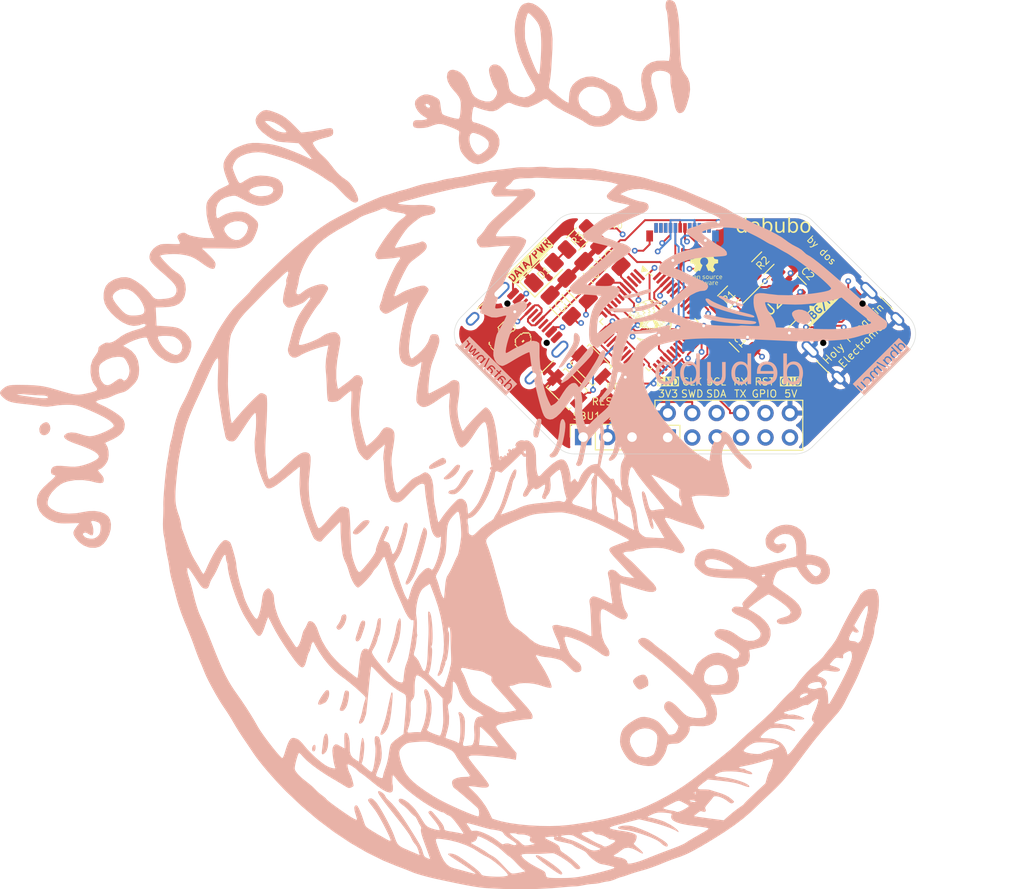
<source format=kicad_pcb>
(kicad_pcb
	(version 20240108)
	(generator "pcbnew")
	(generator_version "8.0")
	(general
		(thickness 1.6)
		(legacy_teardrops no)
	)
	(paper "A4")
	(layers
		(0 "F.Cu" signal)
		(1 "In1.Cu" signal)
		(2 "In2.Cu" signal)
		(31 "B.Cu" signal)
		(32 "B.Adhes" user "B.Adhesive")
		(33 "F.Adhes" user "F.Adhesive")
		(34 "B.Paste" user)
		(35 "F.Paste" user)
		(36 "B.SilkS" user "B.Silkscreen")
		(37 "F.SilkS" user "F.Silkscreen")
		(38 "B.Mask" user)
		(39 "F.Mask" user)
		(40 "Dwgs.User" user "User.Drawings")
		(41 "Cmts.User" user "User.Comments")
		(42 "Eco1.User" user "User.Eco1")
		(43 "Eco2.User" user "User.Eco2")
		(44 "Edge.Cuts" user)
		(45 "Margin" user)
		(46 "B.CrtYd" user "B.Courtyard")
		(47 "F.CrtYd" user "F.Courtyard")
		(48 "B.Fab" user)
		(49 "F.Fab" user)
		(50 "User.1" user)
		(51 "User.2" user)
		(52 "User.3" user)
		(53 "User.4" user)
		(54 "User.5" user)
		(55 "User.6" user)
		(56 "User.7" user)
		(57 "User.8" user)
		(58 "User.9" user)
	)
	(setup
		(stackup
			(layer "F.SilkS"
				(type "Top Silk Screen")
				(color "White")
			)
			(layer "F.Paste"
				(type "Top Solder Paste")
			)
			(layer "F.Mask"
				(type "Top Solder Mask")
				(color "Green")
				(thickness 0.01)
			)
			(layer "F.Cu"
				(type "copper")
				(thickness 0.035)
			)
			(layer "dielectric 1"
				(type "prepreg")
				(color "FR4 natural")
				(thickness 0.1)
				(material "FR4")
				(epsilon_r 4.5)
				(loss_tangent 0.02)
			)
			(layer "In1.Cu"
				(type "copper")
				(thickness 0.035)
			)
			(layer "dielectric 2"
				(type "core")
				(thickness 1.24)
				(material "FR4")
				(epsilon_r 4.5)
				(loss_tangent 0.02)
			)
			(layer "In2.Cu"
				(type "copper")
				(thickness 0.035)
			)
			(layer "dielectric 3"
				(type "prepreg")
				(thickness 0.1)
				(material "FR4")
				(epsilon_r 4.5)
				(loss_tangent 0.02)
			)
			(layer "B.Cu"
				(type "copper")
				(thickness 0.035)
			)
			(layer "B.Mask"
				(type "Bottom Solder Mask")
				(color "Green")
				(thickness 0.01)
			)
			(layer "B.Paste"
				(type "Bottom Solder Paste")
			)
			(layer "B.SilkS"
				(type "Bottom Silk Screen")
				(color "White")
			)
			(copper_finish "None")
			(dielectric_constraints no)
		)
		(pad_to_mask_clearance 0)
		(allow_soldermask_bridges_in_footprints no)
		(pcbplotparams
			(layerselection 0x00010fc_ffffffff)
			(plot_on_all_layers_selection 0x0000000_00000000)
			(disableapertmacros no)
			(usegerberextensions no)
			(usegerberattributes yes)
			(usegerberadvancedattributes yes)
			(creategerberjobfile yes)
			(dashed_line_dash_ratio 12.000000)
			(dashed_line_gap_ratio 3.000000)
			(svgprecision 4)
			(plotframeref no)
			(viasonmask no)
			(mode 1)
			(useauxorigin no)
			(hpglpennumber 1)
			(hpglpenspeed 20)
			(hpglpendiameter 15.000000)
			(pdf_front_fp_property_popups yes)
			(pdf_back_fp_property_popups yes)
			(dxfpolygonmode yes)
			(dxfimperialunits yes)
			(dxfusepcbnewfont yes)
			(psnegative no)
			(psa4output no)
			(plotreference yes)
			(plotvalue yes)
			(plotfptext yes)
			(plotinvisibletext no)
			(sketchpadsonfab no)
			(subtractmaskfromsilk no)
			(outputformat 1)
			(mirror no)
			(drillshape 1)
			(scaleselection 1)
			(outputdirectory "")
		)
	)
	(net 0 "")
	(net 1 "SHIELD")
	(net 2 "unconnected-(U1A-PA6-Pad17)")
	(net 3 "unconnected-(U1A-PB14-Pad26)")
	(net 4 "unconnected-(U1A-PA7-Pad18)")
	(net 5 "GND")
	(net 6 "unconnected-(U1A-PF1-OSC_OUT-Pad9)")
	(net 7 "D+")
	(net 8 "D-")
	(net 9 "unconnected-(U1A-PB2-Pad21)")
	(net 10 "VBUS")
	(net 11 "unconnected-(U1A-PA4-Pad15)")
	(net 12 "unconnected-(U1A-PB4-Pad43)")
	(net 13 "unconnected-(U1A-PF0-OSC_IN-Pad8)")
	(net 14 "PD2_CC1")
	(net 15 "unconnected-(U1A-PB0-Pad19)")
	(net 16 "unconnected-(U1A-PB13-Pad25)")
	(net 17 "unconnected-(U1A-PC14-OSC32_IN-Pad2)")
	(net 18 "unconnected-(U1A-PA5-Pad16)")
	(net 19 "unconnected-(U1A-PC7-Pad31)")
	(net 20 "PD2_CC2")
	(net 21 "DBG_VBUS")
	(net 22 "DBG_D-")
	(net 23 "DBG_D+")
	(net 24 "Net-(J2-CC1)")
	(net 25 "Net-(J2-CC2)")
	(net 26 "SBU1")
	(net 27 "PD1_CC2")
	(net 28 "unconnected-(U1A-PB9-Pad48)")
	(net 29 "unconnected-(U1A-PA12[PA10]-Pad34)")
	(net 30 "unconnected-(U1A-PB12-Pad24)")
	(net 31 "unconnected-(U1A-PC13-Pad1)")
	(net 32 "PD1_CC1")
	(net 33 "unconnected-(U1A-PB8-Pad47)")
	(net 34 "SBU2")
	(net 35 "I2C_SCL")
	(net 36 "RESET")
	(net 37 "unconnected-(U1A-PB3-Pad42)")
	(net 38 "unconnected-(U1A-PC15-OSC32_OUT-Pad3)")
	(net 39 "SWDIO")
	(net 40 "I2C_SDA")
	(net 41 "BOOT")
	(net 42 "unconnected-(U1A-PB5-Pad44)")
	(net 43 "STM_RX")
	(net 44 "unconnected-(U1A-PB1-Pad20)")
	(net 45 "V3")
	(net 46 "STM_TX")
	(net 47 "Net-(U1B-VREF+)")
	(net 48 "Net-(D1-A)")
	(net 49 "GPIO")
	(net 50 "LED")
	(footprint "Capacitor_SMD:C_1206_3216Metric_Pad1.33x1.80mm_HandSolder" (layer "F.Cu") (at 132.0951 89.5951 -45))
	(footprint "Connector_USB:USB_C_Receptacle_HCTL_HC-TYPE-C-16P-01A" (layer "F.Cu") (at 123.25 96.75 -45))
	(footprint "Capacitor_SMD:C_1206_3216Metric_Pad1.33x1.80mm_HandSolder" (layer "F.Cu") (at 130.3451 91.3451 135))
	(footprint "Capacitor_SMD:C_1206_3216Metric_Pad1.33x1.80mm_HandSolder" (layer "F.Cu") (at 147.25 96.75 135))
	(footprint "LOGO" (layer "F.Cu") (at 123.25 96.75 -45))
	(footprint "Capacitor_SMD:C_1206_3216Metric_Pad1.33x1.80mm_HandSolder" (layer "F.Cu") (at 154.25 89.75 135))
	(footprint "Capacitor_SMD:C_1206_3216Metric_Pad1.33x1.80mm_HandSolder" (layer "F.Cu") (at 133.75 87.8951 135))
	(footprint "Package_QFP:LQFP-48_7x7mm_P0.5mm" (layer "F.Cu") (at 137.75 94.75 -45))
	(footprint "Resistor_SMD:R_1206_3216Metric_Pad1.30x1.75mm_HandSolder" (layer "F.Cu") (at 149.596016 88.653984 45))
	(footprint "LOGO"
		(layer "F.Cu")
		(uuid "4785eff3-e543-4da4-b599-ea83da64dc85")
		(at 137.721624 94.35644)
		(property "Reference" "GPANG"
			(at 0 0 360)
			(layer "F.SilkS")
			(hide yes)
			(uuid "97468709-a4d4-4dba-b48b-3ea4b6fea43f")
			(effects
				(font
					(size 1.5 1.5)
					(thickness 0.3)
				)
			)
		)
		(property "Value" "LOGO"
			(at 0.75 0 360)
			(layer "F.SilkS")
			(hide yes)
			(uuid "6daeae5d-edac-4c57-9798-fda9de553c26")
			(effects
				(font
					(size 1.5 1.5)
					(thickness 0.3)
				)
			)
		)
		(property "Footprint" "LOGO"
			(at 0 0 0)
			(unlocked yes)
			(layer "F.Fab")
			(hide yes)
			(uuid "f22c43c4-e540-4514-ae0e-6121c9681813")
			(effects
				(font
					(size 1.27 1.27)
					(thickness 0.15)
				)
			)
		)
		(property "Datasheet" ""
			(at 0 0 0)
			(unlocked yes)
			(layer "F.Fab")
			(hide yes)
			(uuid "fc718c03-6242-424a-afe7-693a5f74999c")
			(effects
				(font
					(size 1.27 1.27)
					(thickness 0.15)
				)
			)
		)
		(property "Description" ""
			(at 0 0 0)
			(unlocked yes)
			(layer "F.Fab")
			(hide yes)
			(uuid "b837c190-3137-441e-b8ad-e8a1ef3dd34a")
			(effects
				(font
					(size 1.27 1.27)
					(thickness 0.15)
				)
			)
		)
		(attr board_only exclude_from_pos_files exclude_from_bom)
		(fp_poly
			(pts
				(xy 2.093733 0.587019) (xy 2.103678 0.595358) (xy 2.109433 0.604975) (xy 2.109011 0.610894) (xy 2.101548 0.616413)
				(xy 2.091148 0.612209) (xy 2.083789 0.605688) (xy 2.074338 0.593558) (xy 2.074319 0.58593) (xy 2.082928 0.583461)
			)
			(stroke
				(width 0)
				(type solid)
			)
			(fill solid)
			(layer "F.SilkS")
			(uuid "ac657206-7708-43c0-a1e8-c783de963f3a")
		)
		(fp_poly
			(pts
				(xy -1.932415 0.436049) (xy -1.925149 0.445848) (xy -1.923187 0.450927) (xy -1.917452 0.479205)
				(xy -1.921547 0.502697) (xy -1.926811 0.511926) (xy -1.936295 0.525842) (xy -1.942654 0.536292)
				(xy -1.953549 0.545756) (xy -1.969758 0.549436) (xy -1.986971 0.547105) (xy -2.000121 0.539323)
				(xy -2.009805 0.522618) (xy -2.011184 0.502562) (xy -2.005499 0.481498) (xy -1.993991 0.461765)
				(xy -1.977899 0.445707) (xy -1.958466 0.435664) (xy -1.944024 0.433465)
			)
			(stroke
				(width 0)
				(type solid)
			)
			(fill solid)
			(layer "F.SilkS")
			(uuid "1ebe9809-4fe8-4c80-ad44-ce21a3ff5c95")
		)
		(fp_poly
			(pts
				(xy 0.291162 -0.18097) (xy 0.305685 -0.178322) (xy 0.32908 -0.174645) (xy 0.354861 -0.172493) (xy 0.364242 -0.17226)
				(xy 0.383564 -0.17141) (xy 0.392622 -0.168339) (xy 0.392171 -0.162265) (xy 0.383209 -0.152623) (xy 0.367257 -0.144378)
				(xy 0.34474 -0.140389) (xy 0.319403 -0.140772) (xy 0.294995 -0.145644) (xy 0.284784 -0.149575) (xy 0.268497 -0.158373)
				(xy 0.262059 -0.16572) (xy 0.264617 -0.173162) (xy 0.269293 -0.177642) (xy 0.277661 -0.181298)
			)
			(stroke
				(width 0)
				(type solid)
			)
			(fill solid)
			(layer "F.SilkS")
			(uuid "219769a4-c93b-43b4-a94a-8eebe24ec2ae")
		)
		(fp_poly
			(pts
				(xy 1.821885 0.375303) (xy 1.845162 0.381754) (xy 1.854544 0.384657) (xy 1.878995 0.393796) (xy 1.892572 0.402369)
				(xy 1.89522 0.410274) (xy 1.886887 0.417409) (xy 1.874021 0.422022) (xy 1.859689 0.425906) (xy 1.850723 0.426988)
				(xy 1.841688 0.425099) (xy 1.828698 0.420612) (xy 1.813897 0.412722) (xy 1.801074 0.401406) (xy 1.792672 0.389451)
				(xy 1.791134 0.379644) (xy 1.791716 0.378415) (xy 1.797033 0.373819) (xy 1.806466 0.372719)
			)
			(stroke
				(width 0)
				(type solid)
			)
			(fill solid)
			(layer "F.SilkS")
			(uuid "2976cb09-dd76-4521-8f9e-39d240b55eb0")
		)
		(fp_poly
			(pts
				(xy 0.987596 -0.2862) (xy 0.993506 -0.285602) (xy 1.020791 -0.281808) (xy 1.037653 -0.276844) (xy 1.044762 -0.270205)
				(xy 1.042787 -0.261388) (xy 1.036218 -0.253508) (xy 1.029685 -0.248883) (xy 1.020052 -0.246328)
				(xy 1.005136 -0.245685) (xy 0.982751 -0.246796) (xy 0.9641 -0.248303) (xy 0.937224 -0.251982) (xy 0.921243 -0.257445)
				(xy 0.916065 -0.264782) (xy 0.9216 -0.274081) (xy 0.931031 -0.281306) (xy 0.939621 -0.285765) (xy 0.949999 -0.287935)
				(xy 0.965035 -0.288014)
			)
			(stroke
				(width 0)
				(type solid)
			)
			(fill solid)
			(layer "F.SilkS")
			(uuid "a1f3aeea-364e-44a6-9f33-acc2d70590f8")
		)
		(fp_poly
			(pts
				(xy 1.433889 0.081229) (xy 1.437538 0.084741) (xy 1.446012 0.09153) (xy 1.461055 0.098914) (xy 1.47839 0.105067)
				(xy 1.491993 0.107996) (xy 1.501064 0.113136) (xy 1.503106 0.122709) (xy 1.500918 0.132624) (xy 1.492209 0.136835)
				(xy 1.486436 0.137543) (xy 1.471083 0.136057) (xy 1.452373 0.130656) (xy 1.445713 0.127894) (xy 1.425516 0.116454)
				(xy 1.411517 0.104182) (xy 1.405188 0.092721) (xy 1.407025 0.084741) (xy 1.417199 0.078697) (xy 1.422937 0.077795)
			)
			(stroke
				(width 0)
				(type solid)
			)
			(fill solid)
			(layer "F.SilkS")
			(uuid "6b006c0c-942b-4a76-8d3f-47ad988798a7")
		)
		(fp_poly
			(pts
				(xy 1.98597 0.578947) (xy 1.999716 0.586146) (xy 2.015612 0.598914) (xy 2.018323 0.60152) (xy 2.035036 0.617572)
				(xy 2.051841 0.633055) (xy 2.060257 0.640461) (xy 2.073606 0.653431) (xy 2.077198 0.661703) (xy 2.071022 0.665921)
				(xy 2.059784 0.666812) (xy 2.042286 0.663123) (xy 2.023211 0.65116) (xy 2.018502 0.647268) (xy 2.001906 0.631055)
				(xy 1.987336 0.613288) (xy 1.976889 0.596854) (xy 1.972664 0.584638) (xy 1.972653 0.584194) (xy 1.976305 0.578052)
			)
			(stroke
				(width 0)
				(type solid)
			)
			(fill solid)
			(layer "F.SilkS")
			(uuid "30d1cda9-4e39-43c1-8c94-f16a6dbcccdc")
		)
		(fp_poly
			(pts
				(xy 1.360202 0.18516) (xy 1.378611 0.193839) (xy 1.392034 0.202524) (xy 1.41137 0.215377) (xy 1.430826 0.227522)
				(xy 1.440593 0.233199) (xy 1.455701 0.244315) (xy 1.461418 0.255232) (xy 1.461431 0.255724) (xy 1.457244 0.264409)
				(xy 1.446039 0.26658) (xy 1.429843 0.262176) (xy 1.419668 0.257) (xy 1.395418 0.24271) (xy 1.378606 0.232563)
				(xy 1.367037 0.22516) (xy 1.358518 0.2191) (xy 1.351383 0.213422) (xy 1.341313 0.201336) (xy 1.340855 0.192584)
				(xy 1.347848 0.184787)
			)
			(stroke
				(width 0)
				(type solid)
			)
			(fill solid)
			(layer "F.SilkS")
			(uuid "c0b9abc3-53e5-4895-a3cd-2521847c850b")
		)
		(fp_poly
			(pts
				(xy 0.413586 -0.283612) (xy 0.414676 -0.282817) (xy 0.421077 -0.27524) (xy 0.419885 -0.268359) (xy 0.410173 -0.261336)
				(xy 0.39101 -0.253331) (xy 0.376471 -0.248327) (xy 0.351583 -0.240272) (xy 0.334994 -0.235608) (xy 0.324499 -0.234101)
				(xy 0.317891 -0.23552) (xy 0.312963 -0.23963) (xy 0.311401 -0.241453) (xy 0.306511 -0.254333) (xy 0.310187 -0.266879)
				(xy 0.316736 -0.272492) (xy 0.326101 -0.275344) (xy 0.342994 -0.278954) (xy 0.363929 -0.282587)
				(xy 0.366055 -0.282914) (xy 0.389798 -0.285914) (xy 0.404926 -0.286148)
			)
			(stroke
				(width 0)
				(type solid)
			)
			(fill solid)
			(layer "F.SilkS")
			(uuid "ce4f3cb3-bef1-4aea-9e48-3a9138344b38")
		)
		(fp_poly
			(pts
				(xy 1.465457 2.002335) (xy 1.466299 2.012863) (xy 1.463751 2.032398) (xy 1.457782 2.061456) (xy 1.448391 2.10045)
				(xy 1.439302 2.135626) (xy 1.432071 2.161223) (xy 1.426245 2.178531) (xy 1.421372 2.188842) (xy 1.416998 2.193446)
				(xy 1.415587 2.193934) (xy 1.409002 2.192961) (xy 1.406238 2.185056) (xy 1.405863 2.175565) (xy 1.407516 2.157252)
				(xy 1.411981 2.132822) (xy 1.418517 2.104896) (xy 1.426384 2.076095) (xy 1.43484 2.049041) (xy 1.443145 2.026356)
				(xy 1.450557 2.010661) (xy 1.453717 2.006232) (xy 1.461253 2.000297)
			)
			(stroke
				(width 0)
				(type solid)
			)
			(fill solid)
			(layer "F.SilkS")
			(uuid "75941cb2-c3a2-4af2-b84f-9d45d51ae054")
		)
		(fp_poly
			(pts
				(xy -1.646773 0.06286) (xy -1.647219 0.069096) (xy -1.651096 0.082747) (xy -1.657409 0.101035) (xy -1.665165 0.12118)
				(xy -1.673369 0.140405) (xy -1.678071 0.1503) (xy -1.690145 0.170935) (xy -1.703588 0.188594) (xy -1.716348 0.200931)
				(xy -1.726375 0.2056) (xy -1.726417 0.2056) (xy -1.733136 0.203819) (xy -1.733713 0.202686) (xy -1.730957 0.196903)
				(xy -1.723687 0.184336) (xy -1.713393 0.167553) (xy -1.711899 0.165178) (xy -1.698673 0.142274)
				(xy -1.686187 0.11746) (xy -1.678352 0.099148) (xy -1.669389 0.079714) (xy -1.659885 0.066528) (xy -1.651271 0.061234)
			)
			(stroke
				(width 0)
				(type solid)
			)
			(fill solid)
			(layer "F.SilkS")
			(uuid "9e7d9363-affc-47c0-b36b-875cde412a35")
		)
		(fp_poly
			(pts
				(xy 1.723499 0.456051) (xy 1.739203 0.467998) (xy 1.743829 0.471833) (xy 1.762782 0.486328) (xy 1.782952 0.499741)
				(xy 1.793448 0.505734) (xy 1.809096 0.514494) (xy 1.815802 0.520953) (xy 1.814859 0.527138) (xy 1.810396 0.532338)
				(xy 1.804117 0.537064) (xy 1.796134 0.53802) (xy 1.782841 0.535264) (xy 1.774381 0.532889) (xy 1.761489 0.526592)
				(xy 1.744364 0.514893) (xy 1.726611 0.500266) (xy 1.725829 0.499555) (xy 1.709979 0.484461) (xy 1.701436 0.474265)
				(xy 1.698853 0.466892) (xy 1.700636 0.460717) (xy 1.706278 0.452942) (xy 1.713212 0.451209)
			)
			(stroke
				(width 0)
				(type solid)
			)
			(fill solid)
			(layer "F.SilkS")
			(uuid "ab5a3f2e-d8c6-4a58-93da-27bef9253d04")
		)
		(fp_poly
			(pts
				(xy -0.282151 -0.070954) (xy -0.269412 -0.062244) (xy -0.254826 -0.052441) (xy -0.243916 -0.045979)
				(xy -0.240111 -0.044454) (xy -0.231681 -0.040297) (xy -0.220931 -0.030318) (xy -0.211208 -0.018253)
				(xy -0.205861 -0.00784) (xy -0.205601 -0.005927) (xy -0.209338 0.002826) (xy -0.217344 0.009681)
				(xy -0.224115 0.010705) (xy -0.228743 0.007533) (xy -0.239967 -0.000382) (xy -0.255126 -0.011162)
				(xy -0.273362 -0.024805) (xy -0.289987 -0.038304) (xy -0.299417 -0.046837) (xy -0.308417 -0.056701)
				(xy -0.310015 -0.062999) (xy -0.304999 -0.069681) (xy -0.304142 -0.070543) (xy -0.298052 -0.075501)
				(xy -0.291743 -0.075882)
			)
			(stroke
				(width 0)
				(type solid)
			)
			(fill solid)
			(layer "F.SilkS")
			(uuid "2064a8c6-da98-440b-82ba-6b895f9443d5")
		)
		(fp_poly
			(pts
				(xy 1.502965 0.647207) (xy 1.51445 0.655298) (xy 1.533024 0.669195) (xy 1.559134 0.689234) (xy 1.593224 0.715752)
				(xy 1.613008 0.731236) (xy 1.633292 0.745746) (xy 1.658081 0.761536) (xy 1.680923 0.774594) (xy 1.699194 0.78506)
				(xy 1.712858 0.794381) (xy 1.719527 0.800884) (xy 1.71982 0.801857) (xy 1.715135 0.807802) (xy 1.702904 0.809675)
				(xy 1.685868 0.807614) (xy 1.666767 0.801756) (xy 1.660132 0.79885) (xy 1.637266 0.785403) (xy 1.609897 0.764578)
				(xy 1.5774 0.73585) (xy 1.539147 0.698695) (xy 1.532732 0.692218) (xy 1.512594 0.671228) (xy 1.500216 0.656836)
				(xy 1.495038 0.648272) (xy 1.4965 0.644766) (xy 1.498122 0.644585)
			)
			(stroke
				(width 0)
				(type solid)
			)
			(fill solid)
			(layer "F.SilkS")
			(uuid "8c4e9124-530b-4685-a3a7-5ca136c6afa3")
		)
		(fp_poly
			(pts
				(xy -0.394818 0.026768) (xy -0.378783 0.039138) (xy -0.367441 0.050654) (xy -0.343563 0.074357)
				(xy -0.317013 0.096232) (xy -0.289697 0.115134) (xy -0.26352 0.129913) (xy -0.240386 0.139424) (xy -0.2222 0.142518)
				(xy -0.216446 0.141612) (xy -0.207342 0.142927) (xy -0.202548 0.150711) (xy -0.203924 0.160593)
				(xy -0.206786 0.164315) (xy -0.224012 0.173494) (xy -0.24403 0.173072) (xy -0.250055 0.170978) (xy -0.263018 0.165368)
				(xy -0.281211 0.157457) (xy -0.29323 0.152216) (xy -0.310503 0.142602) (xy -0.331629 0.127821) (xy -0.354228 0.109912)
				(xy -0.375919 0.09091) (xy -0.394321 0.072852) (xy -0.407055 0.057775) (xy -0.410668 0.051741) (xy -0.416283 0.034388)
				(xy -0.414735 0.024422) (xy -0.407191 0.021872)
			)
			(stroke
				(width 0)
				(type solid)
			)
			(fill solid)
			(layer "F.SilkS")
			(uuid "fec170a4-69cc-467a-8e5e-3f1a230f8936")
		)
		(fp_poly
			(pts
				(xy 0.265586 -0.103844) (xy 0.29326 -0.096543) (xy 0.313957 -0.088909) (xy 0.34638 -0.077656) (xy 0.371124 -0.07296)
				(xy 0.389405 -0.074712) (xy 0.400832 -0.081247) (xy 0.4117 -0.086687) (xy 0.422103 -0.085908) (xy 0.427707 -0.079476)
				(xy 0.427871 -0.077717) (xy 0.424252 -0.070049) (xy 0.41542 -0.059305) (xy 0.414232 -0.058094) (xy 0.403453 -0.050048)
				(xy 0.389706 -0.045864) (xy 0.370733 -0.045332) (xy 0.344281 -0.048245) (xy 0.330797 -0.050379)
				(xy 0.312194 -0.054198) (xy 0.296683 -0.058589) (xy 0.2919 -0.060495) (xy 0.280424 -0.064974) (xy 0.26271 -0.070736)
				(xy 0.248665 -0.074828) (xy 0.228386 -0.081441) (xy 0.21862 -0.087481) (xy 0.218832 -0.093579) (xy 0.227462 -0.099827)
				(xy 0.244201 -0.104869)
			)
			(stroke
				(width 0)
				(type solid)
			)
			(fill solid)
			(layer "F.SilkS")
			(uuid "aa57f71c-03df-4b13-9366-b692924adf74")
		)
		(fp_poly
			(pts
				(xy 0.688605 -0.011353) (xy 0.701975 -0.003788) (xy 0.721271 0.008305) (xy 0.744938 0.023957) (xy 0.767458 0.039424)
				(xy 0.826809 0.080025) (xy 0.878204 0.113407) (xy 0.921964 0.139766) (xy 0.958407 0.159302) (xy 0.968927 0.164305)
				(xy 0.987478 0.174007) (xy 0.996063 0.181753) (xy 0.996564 0.18643) (xy 0.988945 0.192856) (xy 0.973157 0.19307)
				(xy 0.948848 0.187033) (xy 0.924315 0.178183) (xy 0.907592 0.170196) (xy 0.883899 0.156993) (xy 0.855265 0.139887)
				(xy 0.823714 0.120187) (xy 0.791275 0.099205) (xy 0.759973 0.078252) (xy 0.731836 0.058637) (xy 0.70889 0.041673)
				(xy 0.693207 0.028711) (xy 0.682906 0.015382) (xy 0.678041 0.001283) (xy 0.679499 -0.010023) (xy 0.682717 -0.013419)
			)
			(stroke
				(width 0)
				(type solid)
			)
			(fill solid)
			(layer "F.SilkS")
			(uuid "8db06e1b-b52d-4d45-93b6-869ea0c98fa3")
		)
		(fp_poly
			(pts
				(xy 1.174462 0.325643) (xy 1.189649 0.334338) (xy 1.206815 0.346341) (xy 1.222795 0.359614) (xy 1.223649 0.360408)
				(xy 1.241211 0.375015) (xy 1.267123 0.393982) (xy 1.299981 0.416348) (xy 1.338381 0.441148) (xy 1.369781 0.46065)
				(xy 1.388205 0.473468) (xy 1.397243 0.483444) (xy 1.396588 0.49006) (xy 1.388732 0.492601) (xy 1.380305 0.490502)
				(xy 1.365211 0.484199) (xy 1.34645 0.474968) (xy 1.343023 0.473152) (xy 1.319133 0.460353) (xy 1.293981 0.446883)
				(xy 1.274581 0.436499) (xy 1.256804 0.425398) (xy 1.237379 0.410686) (xy 1.217639 0.393743) (xy 1.198918 0.375952)
				(xy 1.182547 0.358694) (xy 1.169859 0.343349) (xy 1.162187 0.331301) (xy 1.160864 0.32393) (xy 1.164419 0.322293)
			)
			(stroke
				(width 0)
				(type solid)
			)
			(fill solid)
			(layer "F.SilkS")
			(uuid "2a39b8c1-5611-4ea6-845e-23816d860d9a")
		)
		(fp_poly
			(pts
				(xy -0.827971 -0.209095) (xy -0.813612 -0.207488) (xy -0.792779 -0.20421) (xy -0.764276 -0.199139)
				(xy -0.726905 -0.192155) (xy -0.694597 -0.186018) (xy -0.661235 -0.17971) (xy -0.629973 -0.173885)
				(xy -0.603147 -0.168972) (xy -0.583096 -0.1654) (xy -0.573737 -0.163832) (xy -0.557549 -0.159956)
				(xy -0.550571 -0.155243) (xy -0.553519 -0.150501) (xy -0.559845 -0.148114) (xy -0.597189 -0.142649)
				(xy -0.639029 -0.144932) (xy -0.657216 -0.147259) (xy -0.682781 -0.150142) (xy -0.712031 -0.153178)
				(xy -0.735631 -0.15545) (xy -0.762647 -0.158354) (xy -0.786464 -0.16166) (xy -0.804391 -0.164948)
				(xy -0.813426 -0.167622) (xy -0.833021 -0.180726) (xy -0.843328 -0.194579) (xy -0.844629 -0.201246)
				(xy -0.844187 -0.205107) (xy -0.842061 -0.207783) (xy -0.837055 -0.209153)
			)
			(stroke
				(width 0)
				(type solid)
			)
			(fill solid)
			(layer "F.SilkS")
			(uuid "7846a38d-13d3-45fb-b3b8-ac7eea47cadf")
		)
		(fp_poly
			(pts
				(xy -1.572707 0.027122) (xy -1.570004 0.03947) (xy -1.569862 0.055766) (xy -1.572529 0.072099) (xy -1.578621 0.086904)
				(xy -1.590379 0.108737) (xy -1.60667 0.135838) (xy -1.626363 0.166442) (xy -1.648325 0.198788) (xy -1.671424 0.231112)
				(xy -1.693067 0.259779) (xy -1.71196 0.283295) (xy -1.725372 0.298073) (xy -1.733949 0.304646) (xy -1.738337 0.303548)
				(xy -1.739269 0.297894) (xy -1.736202 0.289467) (xy -1.72826 0.275608) (xy -1.719869 0.263164) (xy -1.696231 0.230008)
				(xy -1.677712 0.203286) (xy -1.662753 0.180553) (xy -1.64979 0.159362) (xy -1.637263 0.137269) (xy -1.62535 0.11512)
				(xy -1.613257 0.091375) (xy -1.603425 0.070364) (xy -1.596921 0.054484) (xy -1.594793 0.046475)
				(xy -1.591477 0.034326) (xy -1.583837 0.024764) (xy -1.577614 0.022227)
			)
			(stroke
				(width 0)
				(type solid)
			)
			(fill solid)
			(layer "F.SilkS")
			(uuid "30de9b28-1281-4ef3-b6e0-8562456619fa")
		)
		(fp_poly
			(pts
				(xy -1.189611 -0.319266) (xy -1.188677 -0.318487) (xy -1.189128 -0.312144) (xy -1.196811 -0.302514)
				(xy -1.209254 -0.291725) (xy -1.223985 -0.281907) (xy -1.238533 -0.275191) (xy -1.23916 -0.27499)
				(xy -1.252771 -0.269223) (xy -1.26941 -0.260248) (xy -1.27378 -0.257578) (xy -1.28833 -0.249498)
				(xy -1.299993 -0.2449) (xy -1.302625 -0.244498) (xy -1.311854 -0.241577) (xy -1.313766 -0.239605)
				(xy -1.322097 -0.234348) (xy -1.335431 -0.231615) (xy -1.347767 -0.232383) (xy -1.350648 -0.233603)
				(xy -1.35435 -0.240964) (xy -1.353275 -0.244173) (xy -1.345818 -0.250142) (xy -1.331071 -0.258206)
				(xy -1.312263 -0.266877) (xy -1.292623 -0.274667) (xy -1.275381 -0.280088) (xy -1.275279 -0.280113)
				(xy -1.258987 -0.286437) (xy -1.24252 -0.296024) (xy -1.241938 -0.296444) (xy -1.217804 -0.312341)
				(xy -1.200273 -0.319985)
			)
			(stroke
				(width 0)
				(type solid)
			)
			(fill solid)
			(layer "F.SilkS")
			(uuid "e3156611-c05e-4ac7-b329-8a1839c879ca")
		)
		(fp_poly
			(pts
				(xy -1.067143 -0.312935) (xy -1.0669 -0.310476) (xy -1.070969 -0.303113) (xy -1.081936 -0.290616)
				(xy -1.097943 -0.274693) (xy -1.117132 -0.257051) (xy -1.137644 -0.239399) (xy -1.157621 -0.223445)
				(xy -1.175204 -0.210898) (xy -1.175257 -0.210864) (xy -1.192876 -0.199202) (xy -1.207348 -0.189279)
				(xy -1.21561 -0.183196) (xy -1.21572 -0.183103) (xy -1.229129 -0.174514) (xy -1.248076 -0.165941)
				(xy -1.270278 -0.15798) (xy -1.293455 -0.151228) (xy -1.315325 -0.146281) (xy -1.333607 -0.143737)
				(xy -1.346019 -0.14419) (xy -1.350296 -0.14791) (xy -1.345445 -0.151808) (xy -1.332258 -0.158674)
				(xy -1.312784 -0.167518) (xy -1.290531 -0.176772) (xy -1.227823 -0.205464) (xy -1.174177 -0.238052)
				(xy -1.127911 -0.275587) (xy -1.11954 -0.283637) (xy -1.099388 -0.301926) (xy -1.083318 -0.313221)
				(xy -1.072261 -0.317049)
			)
			(stroke
				(width 0)
				(type solid)
			)
			(fill solid)
			(layer "F.SilkS")
			(uuid "10b1cf3e-69a6-4d0a-bd43-e0bd2cf87a8a")
		)
		(fp_poly
			(pts
				(xy 0.961002 2.19818) (xy 0.959021 2.207045) (xy 0.949464 2.220169) (xy 0.941332 2.228564) (xy 0.924047 2.247471)
				(xy 0.904913 2.272271) (xy 0.88511 2.300977) (xy 0.865817 2.331602) (xy 0.848211 2.362159) (xy 0.833472 2.39066)
				(xy 0.822778 2.415117) (xy 0.817309 2.433543) (xy 0.816845 2.438459) (xy 0.815084 2.453361) (xy 0.810737 2.468471)
				(xy 0.805207 2.479914) (xy 0.800394 2.483876) (xy 0.793765 2.480467) (xy 0.790943 2.477978) (xy 0.788761 2.468634)
				(xy 0.791312 2.451295) (xy 0.7979 2.427665) (xy 0.807831 2.399449) (xy 0.820408 2.368349) (xy 0.834938 2.33607)
				(xy 0.850724 2.304315) (xy 0.867073 2.274788) (xy 0.883288 2.249193) (xy 0.885681 2.245776) (xy 0.899308 2.230148)
				(xy 0.916564 2.215089) (xy 0.934338 2.202883) (xy 0.949521 2.195819) (xy 0.954863 2.194924)
			)
			(stroke
				(width 0)
				(type solid)
			)
			(fill solid)
			(layer "F.SilkS")
			(uuid "01551c69-6e29-4c37-a8cb-88ed8f939d3b")
		)
		(fp_poly
			(pts
				(xy -1.495502 0.100126) (xy -1.494772 0.103484) (xy -1.498673 0.115409) (xy -1.509684 0.133577)
				(xy -1.526761 0.156679) (xy -1.548862 0.183402) (xy -1.574944 0.212437) (xy -1.603965 0.242472)
				(xy -1.610261 0.24871) (xy -1.6422 0.279829) (xy -1.667385 0.303622) (xy -1.686722 0.320818) (xy -1.701118 0.332142)
				(xy -1.711479 0.338322) (xy -1.71871 0.340085) (xy -1.722681 0.338913) (xy -1.724723 0.337076) (xy -1.72499 0.334284)
				(xy -1.722709 0.329656) (xy -1.717105 0.322316) (xy -1.707403 0.311384) (xy -1.69283 0.295982) (xy -1.672611 0.275232)
				(xy -1.645972 0.248254) (xy -1.617425 0.219492) (xy -1.597086 0.197609) (xy -1.575244 0.171918)
				(xy -1.556534 0.147876) (xy -1.556081 0.147254) (xy -1.542555 0.128703) (xy -1.531078 0.113133)
				(xy -1.523549 0.103115) (xy -1.522211 0.101411) (xy -1.512855 0.095432) (xy -1.502407 0.095121)
			)
			(stroke
				(width 0)
				(type solid)
			)
			(fill solid)
			(layer "F.SilkS")
			(uuid "696d98d2-0c7a-4ea1-8161-0b6e94a12a6c")
		)
		(fp_poly
			(pts
				(xy -0.800957 -0.329451) (xy -0.790147 -0.317255) (xy -0.783158 -0.308956) (xy -0.776097 -0.302233)
				(xy -0.767288 -0.296312) (xy -0.755058 -0.29042) (xy -0.737732 -0.283782) (xy -0.713638 -0.275624)
				(xy -0.6811 -0.265174) (xy -0.669591 -0.261523) (xy -0.64043 -0.252305) (xy -0.620375 -0.245894)
				(xy -0.607969 -0.241641) (xy -0.601756 -0.2389) (xy -0.600278 -0.237021) (xy -0.602079 -0.235357)
				(xy -0.605702 -0.23326) (xy -0.605844 -0.233171) (xy -0.619146 -0.228769) (xy -0.637705 -0.230093)
				(xy -0.658581 -0.235569) (xy -0.678465 -0.239611) (xy -0.698322 -0.240457) (xy -0.701059 -0.240215)
				(xy -0.713818 -0.239912) (xy -0.727989 -0.242481) (xy -0.745834 -0.248646) (xy -0.769619 -0.259136)
				(xy -0.788944 -0.268426) (xy -0.811628 -0.283447) (xy -0.824373 -0.301065) (xy -0.826656 -0.320492)
				(xy -0.825929 -0.324067) (xy -0.820586 -0.335759) (xy -0.812468 -0.337593)
			)
			(stroke
				(width 0)
				(type solid)
			)
			(fill solid)
			(layer "F.SilkS")
			(uuid "e7bbed64-ffca-404b-a0cf-49fd67e1685b")
		)
		(fp_poly
			(pts
				(xy 0.187374 -1.866634) (xy 0.225124 -1.865443) (xy 0.266749 -1.8636) (xy 0.310744 -1.861217) (xy 0.355604 -1.858406)
				(xy 0.399821 -1.855279) (xy 0.44189 -1.85195) (xy 0.480305 -1.84853) (xy 0.51356 -1.845131) (xy 0.540148 -1.841866)
				(xy 0.558564 -1.838848) (xy 0.567103 -1.83632) (xy 0.573597 -1.835176) (xy 0.589074 -1.833486) (xy 0.611428 -1.831452)
				(xy 0.638552 -1.829276) (xy 0.647833 -1.828587) (xy 0.685621 -1.825287) (xy 0.717737 -1.820965)
				(xy 0.748785 -1.814782) (xy 0.783368 -1.805899) (xy 0.802953 -1.80032) (xy 0.833475 -1.791062) (xy 0.862675 -1.781536)
				(xy 0.88766 -1.772729) (xy 0.905537 -1.76563) (xy 0.908532 -1.76425) (xy 0.924119 -1.757266) (xy 0.947262 -1.747589)
				(xy 0.975094 -1.736387) (xy 1.00475 -1.72483) (xy 1.011332 -1.722319) (xy 1.078644 -1.695375) (xy 1.140656 -1.667415)
				(xy 1.203073 -1.635848) (xy 1.211376 -1.631418) (xy 1.246246 -1.613437) (xy 1.282021 -1.596245)
				(xy 1.315299 -1.581416) (xy 1.342679 -1.570522) (xy 1.344553 -1.569853) (xy 1.369242 -1.559054)
				(xy 1.3992 -1.542756) (xy 1.431387 -1.522835) (xy 1.462759 -1.501171) (xy 1.489214 -1.480538) (xy 1.50819 -1.465073)
				(xy 1.526076 -1.451349) (xy 1.539604 -1.441852) (xy 1.541783 -1.440511) (xy 1.554201 -1.431884)
				(xy 1.571054 -1.418469) (xy 1.588729 -1.403144) (xy 1.589016 -1.402883) (xy 1.608676 -1.385421)
				(xy 1.629361 -1.36769) (xy 1.644804 -1.354974) (xy 1.659428 -1.342432) (xy 1.679459 -1.324019) (xy 1.703268 -1.301357)
				(xy 1.729226 -1.276069) (xy 1.755702 -1.249777) (xy 1.781067 -1.224105) (xy 1.803692 -1.200676)
				(xy 1.821946 -1.181111) (xy 1.8342 -1.167034) (xy 1.836447 -1.164144) (xy 1.847252 -1.15067) (xy 1.8633 -1.132018)
				(xy 1.882125 -1.111014) (xy 1.895407 -1.096665) (xy 1.914762 -1.074785) (xy 1.932796 -1.052147)
				(xy 1.947028 -1.031977) (xy 1.9531 -1.021649) (xy 1.965571 -0.99901) (xy 1.980211 -0.974906) (xy 1.987324 -0.9641)
				(xy 2.000058 -0.944061) (xy 2.01416 -0.919689) (xy 2.02497 -0.899375) (xy 2.037266 -0.876358) (xy 2.05082 -0.853078)
				(xy 2.06141 -0.836514) (xy 2.07324 -0.817388) (xy 2.086165 -0.79357) (xy 2.0959 -0.773433) (xy 2.104999 -0.753627)
				(xy 2.117395 -0.727324) (xy 2.131444 -0.69798) (xy 2.145239 -0.669591) (xy 2.164225 -0.627315) (xy 2.183413 -0.57814)
				(xy 2.201241 -0.526143) (xy 2.205902 -0.511223) (xy 2.217046 -0.47567) (xy 2.229102 -0.438822) (xy 2.240912 -0.404114)
				(xy 2.251319 -0.374984) (xy 2.255486 -0.363969) (xy 2.265771 -0.336612) (xy 2.275591 -0.308928)
				(xy 2.283493 -0.28508) (xy 2.286509 -0.27506) (xy 2.293492 -0.251624) (xy 2.302158 -0.224273) (xy 2.309311 -0.202822)
				(xy 2.317045 -0.176892) (xy 2.325489 -0.142829) (xy 2.334076 -0.103542) (xy 2.342237 -0.061938)
				(xy 2.349406 -0.020926) (xy 2.355013 0.016586) (xy 2.358493 0.047692) (xy 2.358677 0.050011) (xy 2.361489 0.077769)
				(xy 2.36585 0.110633) (xy 2.370971 0.142845) (xy 2.37278 0.152811) (xy 2.377946 0.183286) (xy 2.383137 0.219208)
				(xy 2.387572 0.254938) (xy 2.389386 0.272282) (xy 2.392476 0.30355) (xy 2.395873 0.336181) (xy 2.399078 0.365456)
				(xy 2.400784 0.380133) (xy 2.403696 0.414604) (xy 2.405369 0.457672) (xy 2.405826 0.506892) (xy 2.405092 0.559818)
				(xy 2.403188 0.614007) (xy 2.40014 0.667012) (xy 2.397758 0.697375) (xy 2.38265 0.827937) (xy 2.36058 0.955895)
				(xy 2.331912 1.079982) (xy 2.297012 1.19893) (xy 2.256246 1.31147) (xy 2.20998 1.416334) (xy 2.167049 1.497707)
				(xy 2.15236 1.523619) (xy 2.139149 1.547444) (xy 2.128693 1.56684) (xy 2.122272 1.579466) (xy 2.121547 1.581058)
				(xy 2.114077 1.595017) (xy 2.101298 1.61559) (xy 2.084689 1.640592) (xy 2.065724 1.667836) (xy 2.045883 1.695135)
				(xy 2.032938 1.712233) (xy 1.991344 1.765887) (xy 1.955586 1.811457) (xy 1.924932 1.849828) (xy 1.898652 1.881881)
				(xy 1.876014 1.9085) (xy 1.856286 1.930567) (xy 1.838737 1.948965) (xy 1.828177 1.959351) (xy 1.751173 2.030605)
				(xy 1.67177 2.099455) (xy 1.592344 2.163941) (xy 1.515273 2.222105) (xy 1.475322 2.250296) (xy 1.450577 2.267458)
				(xy 1.42836 2.28318) (xy 1.410666 2.296028) (xy 1.399492 2.304564) (xy 1.397528 2.306235) (xy 1.386779 2.314147)
				(xy 1.370002 2.324515) (xy 1.353838 2.333481) (xy 1.333551 2.345012) (xy 1.314586 2.357254) (xy 1.303827 2.365317)
				(xy 1.28747 2.376925) (xy 1.26765 2.388131) (xy 1.261387 2.391086) (xy 1.243328 2.399997) (xy 1.227438 2.409382)
				(xy 1.223003 2.412534) (xy 1.210095 2.419929) (xy 1.191394 2.427677) (xy 1.178549 2.431857) (xy 1.160697 2.437405)
				(xy 1.147073 2.442424) (xy 1.141916 2.445005) (xy 1.134257 2.448834) (xy 1.119148 2.45504) (xy 1.099646 2.462377)
				(xy 1.096629 2.463463) (xy 1.072079 2.47291) (xy 1.043138 2.485018) (xy 1.015346 2.497454) (xy 1.010499 2.499735)
				(xy 0.985575 2.510594) (xy 0.954373 2.522755) (xy 0.921328 2.534546) (xy 0.897418 2.542322) (xy 0.868344 2.551568)
				(xy 0.839924 2.561115) (xy 0.815614 2.569773) (xy 0.800175 2.575794) (xy 0.775468 2.585436) (xy 0.748639 2.59413)
				(xy 0.718091 2.60224) (xy 0.682227 2.610132) (xy 0.639449 2.61817) (xy 0.588161 2.626717) (xy 0.552899 2.632202)
				(xy 0.46896 2.643625) (xy 0.393258 2.650914) (xy 0.323757 2.65418) (xy 0.258423 2.65353) (xy 0.211157 2.650558)
				(xy 0.187363 2.648735) (xy 0.156282 2.646656) (xy 0.121728 2.644562) (xy 0.087517 2.642694) (xy 0.083351 2.642483)
				(xy 0.052025 2.640526) (xy 0.021544 2.637696) (xy -0.009749 2.633701) (xy -0.043511 2.628248) (xy -0.081401 2.621044)
				(xy -0.125074 2.611799) (xy -0.176189 2.600218) (xy -0.235146 2.586311) (xy -0.325638 2.566173)
				(xy -0.415558 2.549351) (xy -0.510493 2.53481) (xy -0.518599 2.533696) (xy -0.556551 2.527464) (xy -0.588353 2.519494)
				(xy -0.618963 2.508428) (xy -0.632916 2.502415) (xy -0.651401 2.494326) (xy -0.676384 2.483637)
				(xy -0.704077 2.471961) (xy -0.72238 2.464339) (xy -0.750631 2.452184) (xy -0.779473 2.439001) (xy -0.804739 2.426731)
				(xy -0.816846 2.420396) (xy -0.838654 2.408641) (xy -0.8657 2.394342) (xy -0.893301 2.379967) (xy -0.902975 2.374991)
				(xy -0.948631 2.350923) (xy -0.987095 2.32922) (xy -1.017604 2.310356) (xy -1.039393 2.294802) (xy -1.050369 2.284305)
				(xy -0.857139 2.284305) (xy -0.856756 2.294328) (xy -0.848674 2.308559) (xy -0.840584 2.318331)
				(xy -0.829058 2.327871) (xy -0.812247 2.338375) (xy -0.7883 2.35104) (xy -0.766143 2.361907) (xy -0.743122 2.372529)
				(xy -0.715193 2.384708) (xy -0.684259 2.397693) (xy -0.652225 2.410731) (xy -0.620995 2.423067)
				(xy -0.592472 2.43395) (xy -0.568563 2.442626) (xy -0.551169 2.448342) (xy -0.542494 2.450343) (xy -0.540992 2.447164)
				(xy -0.543126 2.44359) (xy -0.56249 2.418607) (xy -0.575605 2.400335) (xy -0.583452 2.387041) (xy -0.584473 2.384155)
				(xy -0.511223 2.384155) (xy -0.506653 2.390338) (xy -0.494711 2.399636) (xy -0.478051 2.410369)
				(xy -0.459327 2.420855) (xy -0.441191 2.429414) (xy -0.437406 2.430925) (xy -0.414701 2.441922)
				(xy -0.400437 2.45393) (xy -0.395707 2.465903) (xy -0.396542 2.469988) (xy -0.397827 2.474595) (xy -0.396548 2.478172)
				(xy -0.391109 2.481274) (xy -0.379918 2.484456) (xy -0.361379 2.488271) (xy -0.333898 2.493274)
				(xy -0.325055 2.494844) (xy -0.294185 2.500608) (xy -0.261655 2.507158) (xy -0.232413 2.51348) (xy -0.219493 2.516499)
				(xy -0.196051 2.521727) (xy -0.174464 2.525716) (xy -0.158795 2.527729) (xy -0.156851 2.527826)
				(xy -0.144808 2.527631) (xy -0.141921 2.524572) (xy -0.146249 2.516378) (xy -0.146598 2.515828)
				(xy -0.15379 2.498814) (xy -0.155595 2.489906) (xy -0.05279 2.489906) (xy -0.048385 2.496768) (xy -0.037237 2.50664)
				(xy -0.022448 2.517374) (xy -0.007116 2.526819) (xy 0.005658 2.532826) (xy 0.010643 2.533887) (xy 0.019119 2.536878)
				(xy 0.033334 2.544679) (xy 0.048557 2.554495) (xy 0.078478 2.575103) (xy 0.168046 2.579575) (xy 0.198469 2.581276)
				(xy 0.224863 2.583095) (xy 0.245287 2.584871) (xy 0.257804 2.586444) (xy 0.26078 2.587279) (xy 0.267557 2.588351)
				(xy 0.281948 2.58786) (xy 0.297287 2.586324) (xy 0.319575 2.584429) (xy 0.347351 2.583324) (xy 0.375003 2.583221)
				(xy 0.37786 2.583281) (xy 0.425093 2.584425) (xy 0.446667 2.561068) (xy 0.531278 2.561068) (xy 0.532266 2.563546)
				(xy 0.537236 2.564466) (xy 0.547559 2.563726) (xy 0.564606 2.56122) (xy 0.589745 2.556846) (xy 0.624348 2.550501)
				(xy 0.626808 2.550045) (xy 0.652242 2.545579) (xy 0.674897 2.542042) (xy 0.691718 2.539888) (xy 0.69814 2.539444)
				(xy 0.70885 2.537631) (xy 0.727295 2.532706) (xy 0.750795 2.525444) (xy 0.774263 2.517473) (xy 0.824357 2.49982)
				(xy 0.866147 2.485308) (xy 0.901749 2.473214) (xy 0.933281 2.462816) (xy 0.952986 2.456502) (xy 0.980538 2.446929)
				(xy 1.006264 2.436469) (xy 1.0284 2.426021) (xy 1.045186 2.416487) (xy 1.054858 2.408764) (xy 1.055895 2.403967)
				(xy 1.050312 2.391153) (xy 1.052616 2.374157) (xy 1.055224 2.369197) (xy 1.135455 2.369197) (xy 1.136779 2.372371)
				(xy 1.142525 2.372741) (xy 1.150491 2.370351) (xy 1.16668 2.363687) (xy 1.189409 2.353506) (xy 1.216992 2.340568)
				(xy 1.247745 2.325629) (xy 1.252949 2.323053) (xy 1.292771 2.302898) (xy 1.324874 2.285597) (xy 1.351753 2.26963)
				(xy 1.375905 2.253473) (xy 1.399825 2.235605) (xy 1.41142 2.226407) (xy 1.43461 2.20745) (xy 1.455989 2.189442)
				(xy 1.473343 2.174285) (xy 1.484455 2.163879) (xy 1.485275 2.163028) (xy 1.494894 2.152062) (xy 1.497608 2.14439)
				(xy 1.494312 2.135389) (xy 1.491569 2.13048) (xy 1.48768 2.122921) (xy 1.486097 2.11578) (xy 1.487291 2.106712)
				(xy 1.491733 2.093373) (xy 1.499892 2.073419) (xy 1.505819 2.059514) (xy 1.51572 2.034001) (xy 1.576667 2.034001)
				(xy 1.603789 2.019818) (xy 1.621628 2.009905) (xy 1.637121 2.00031) (xy 1.643064 1.99609) (xy 1.648647 1.990537)
				(xy 1.652461 1.982762) (xy 1.655023 1.970451) (xy 1.655149 1.969127) (xy 1.671868 1.969127) (xy 1.67398 1.980874)
				(xy 1.677308 1.983767) (xy 1.684277 1.980891) (xy 1.696943 1.973532) (xy 1.705981 1.967681) (xy 1.721324 1.956045)
				(xy 1.740741 1.939469) (xy 1.760638 1.921058) (xy 1.765519 1.916281) (xy 1.782557 1.898941) (xy 1.792827 1.886864)
				(xy 1.797725 1.877777) (xy 1.798652 1.869406) (xy 1.797866 1.86369) (xy 1.79804 1.851373) (xy 1.800999 1.83065)
				(xy 1.80625 1.80373) (xy 1.813299 1.772828) (xy 1.821652 1.740153) (xy 1.830817 1.707917) (xy 1.837076 1.687939)
				(xy 1.843782 1.673023) (xy 1.853032 1.65894) (xy 1.862885 1.647834) (xy 1.8714 1.641848) (xy 1.876635 1.643125)
				(xy 1.876964 1.643908) (xy 1.876138 1.651246) (xy 1.872437 1.666546) (xy 1.866524 1.687235) (xy 1.86216 1.701264)
				(xy 1.851039 1.736828) (xy 1.841234 1.769797) (xy 1.833132 1.798711) (xy 1.827117 1.822113) (xy 1.823575 1.838544)
				(xy 1.82289 1.846546) (xy 1.823665 1.846981) (xy 1.828657 1.841341) (xy 1.838111 1.828655) (xy 1.850388 1.811161)
				(xy 1.857013 1.8014) (xy 1.872422 1.778808) (xy 1.888075 1.756445) (xy 1.901198 1.73826) (xy 1.904157 1.734302)
				(xy 1.917106 1.711723) (xy 1.923163 1.686272) (xy 1.922313 1.656441) (xy 1.91454 1.620723) (xy 1.902558 1.584826)
				(xy 1.891977 1.556318) (xy 1.884316 1.537111) (xy 1.878288 1.526221) (xy 1.872606 1.522662) (xy 1.865982 1.525448)
				(xy 1.85713 1.533596) (xy 1.847896 1.542992) (xy 1.813713 1.581549) (xy 1.782387 1.624799) (xy 1.755634 1.669918)
				(xy 1.735166 1.714079) (xy 1.724586 1.746356) (xy 1.718033 1.768673) (xy 1.710373 1.790007) (xy 1.70523 1.801676)
				(xy 1.697503 1.820392) (xy 1.69024 1.844257) (xy 1.683755 1.871222) (xy 1.67836 1.899239) (xy 1.674372 1.926261)
				(xy 1.672103 1.95024) (xy 1.671868 1.969127) (xy 1.655149 1.969127) (xy 1.656848 1.951289) (xy 1.658189 1.928199)
				(xy 1.660205 1.894359) (xy 1.662553 1.869095) (xy 1.665646 1.849868) (xy 1.669893 1.834141) (xy 1.675706 1.819376)
				(xy 1.675873 1.819003) (xy 1.681274 1.804588) (xy 1.683692 1.793516) (xy 1.683701 1.793085) (xy 1.6856 1.784497)
				(xy 1.690702 1.768291) (xy 1.698121 1.747179) (xy 1.70315 1.733712) (xy 1.71142 1.711804) (xy 1.717942 1.694072)
				(xy 1.721857 1.682877) (xy 1.722599 1.680251) (xy 1.71852 1.680479) (xy 1.711851 1.683506) (xy 1.692719 1.688944)
				(xy 1.675922 1.683521) (xy 1.672014 1.680404) (xy 1.665595 1.675801) (xy 1.660578 1.677432) (xy 1.654482 1.686878)
				(xy 1.650817 1.69392) (xy 1.634831 1.729541) (xy 1.620792 1.768838) (xy 1.610024 1.807602) (xy 1.603848 1.841623)
				(xy 1.603562 1.844316) (xy 1.600773 1.866693) (xy 1.597289 1.886493) (xy 1.593851 1.899518) (xy 1.593767 1.899733)
				(xy 1.59053 1.913012) (xy 1.587983 1.93269) (xy 1.586857 1.950426) (xy 1.585498 1.974004) (xy 1.583178 1.997113)
				(xy 1.581192 2.010273) (xy 1.576667 2.034001) (xy 1.51572 2.034001) (xy 1.517872 2.028455) (xy 1.526766 1.999646)
				(xy 1.532222 1.974712) (xy 1.533966 1.955277) (xy 1.531719 1.942965) (xy 1.526315 1.939313) (xy 1.51826 1.942833)
				(xy 1.504664 1.952194) (xy 1.488059 1.965599) (xy 1.482768 1.97023) (xy 1.460778 1.989087) (xy 1.436318 2.008906)
				(xy 1.414652 2.025423) (xy 1.414488 2.025542) (xy 1.396646 2.038675) (xy 1.38137 2.05026) (xy 1.371789 2.05792)
				(xy 1.371418 2.058242) (xy 1.365202 2.06778) (xy 1.357531 2.085383) (xy 1.349281 2.108253) (xy 1.341332 2.133589)
				(xy 1.334562 2.158591) (xy 1.329848 2.180461) (xy 1.328068 2.196397) (xy 1.328068 2.196458) (xy 1.326594 2.213493)
				(xy 1.322981 2.227245) (xy 1.322316 2.22863) (xy 1.313837 2.237336) (xy 1.303976 2.239108) (xy 1.298227 2.234989)
				(xy 1.297195 2.226459) (xy 1.298236 2.209834) (xy 1.30094 2.187852) (xy 1.304897 2.163249) (xy 1.309696 2.138763)
				(xy 1.314928 2.117132) (xy 1.316922 2.1103) (xy 1.322558 2.090792) (xy 1.324557 2.078395) (xy 1.32312 2.069792)
				(xy 1.319774 2.063624) (xy 1.315542 2.053463) (xy 1.315598 2.040676) (xy 1.320371 2.023267) (xy 1.33029 1.999238)
				(xy 1.336447 1.985943) (xy 1.343694 1.969307) (xy 1.347898 1.956985) (xy 1.348263 1.952099) (xy 1.342618 1.953515)
				(xy 1.330939 1.960116) (xy 1.319413 1.967898) (xy 1.304872 1.979373) (xy 1.299944 1.986142) (xy 1.302405 1.988342)
				(xy 1.309513 1.992127) (xy 1.31016 2.000069) (xy 1.303939 2.013167) (xy 1.290443 2.032418) (xy 1.278057 2.048113)
				(xy 1.263606 2.066597) (xy 1.252313 2.082297) (xy 1.245746 2.092968) (xy 1.244717 2.095872) (xy 1.242553 2.104704)
				(xy 1.237115 2.119027) (xy 1.234461 2.125099) (xy 1.223339 2.149933) (xy 1.2162 2.167088) (xy 1.212266 2.17893)
				(xy 1.210761 2.187822) (xy 1.210907 2.196129) (xy 1.210948 2.196618) (xy 1.210636 2.221097) (xy 1.20657 2.248151)
				(xy 1.199671 2.274023) (xy 1.190859 2.294957) (xy 1.184622 2.30405) (xy 1.171981 2.318709) (xy 1.160948 2.332769)
				(xy 1.160014 2.334068) (xy 1.149379 2.348978) (xy 1.141277 2.360238) (xy 1.135455 2.369197) (xy 1.055224 2.369197)
				(xy 1.062191 2.35595) (xy 1.067113 2.349878) (xy 1.078898 2.335908) (xy 1.088045 2.323617) (xy 1.089925 2.320613)
				(xy 1.09278 2.314115) (xy 1.089661 2.312088) (xy 1.078395 2.313667) (xy 1.074431 2.314448) (xy 1.054944 2.317116)
				(xy 1.036336 2.317841) (xy 1.035002 2.317784) (xy 1.010765 2.320838) (xy 0.99039 2.333119) (xy 0.973386 2.355131)
				(xy 0.959259 2.387376) (xy 0.955558 2.398954) (xy 0.950297 2.412307) (xy 0.945079 2.419002) (xy 0.943185 2.419067)
				(xy 0.940532 2.412538) (xy 0.940848 2.397499) (xy 0.94419 2.373135) (xy 0.948016 2.351903) (xy 0.949435 2.339515)
				(xy 0.946189 2.334574) (xy 0.940035 2.333844) (xy 0.928101 2.330342) (xy 0.914664 2.321841) (xy 0.913828 2.321137)
				(xy 0.904463 2.312128) (xy 0.902057 2.304409) (xy 0.905565 2.292902) (xy 0.907204 2.288932) (xy 0.914962 2.275308)
				(xy 0.927911 2.257365) (xy 0.935904 2.24775) (xy 1.025161 2.24775) (xy 1.030891 2.250312) (xy 1.03646 2.250492)
				(xy 1.050902 2.24912) (xy 1.069557 2.245688) (xy 1.075616 2.24426) (xy 1.092094 2.23876) (xy 1.100665 2.231517)
				(xy 1.102731 2.226264) (xy 1.128024 2.226264) (xy 1.131272 2.228058) (xy 1.14187 2.224118) (xy 1.149151 2.220499)
				(xy 1.165821 2.209452) (xy 1.177871 2.194681) (xy 1.187345 2.173235) (xy 1.191769 2.159043) (xy 1.200176 2.133924)
				(xy 1.210934 2.107703) (xy 1.222439 2.08388) (xy 1.233084 2.065959) (xy 1.236451 2.061562) (xy 1.243017 2.052359)
				(xy 1.251436 2.038729) (xy 1.259601 2.024345) (xy 1.265405 2.012878) (xy 1.266944 2.008408) (xy 1.262986 2.00815)
				(xy 1.252766 2.013297) (xy 1.238757 2.022386) (xy 1.223438 2.033956) (xy 1.222863 2.034425) (xy 1.210604 2.046787)
				(xy 1.202907 2.058916) (xy 1.201923 2.06225) (xy 1.198923 2.071439) (xy 1.191927 2.088479) (xy 1.181855 2.111255)
				(xy 1.169626 2.137651) (xy 1.164042 2.149364) (xy 1.151462 2.175651) (xy 1.140797 2.198177) (xy 1.132887 2.21515)
				(xy 1.128572 2.224777) (xy 1.128024 2.226264) (xy 1.102731 2.226264) (xy 1.103849 2.223422) (xy 1.108779 2.209334)
				(xy 1.113509 2.201017) (xy 1.118095 2.192507) (xy 1.125115 2.176362) (xy 1.133357 2.155449) (xy 1.137065 2.14545)
				(xy 1.145255 2.123086) (xy 1.152377 2.103912) (xy 1.157317 2.090914) (xy 1.158498 2.087956) (xy 1.159208 2.080225)
				(xy 1.151526 2.078232) (xy 1.139118 2.081898) (xy 1.134077 2.085969) (xy 1.12448 2.093579) (xy 1.11117 2.100536)
				(xy 1.098903 2.108258) (xy 1.094789 2.119761) (xy 1.094684 2.123033) (xy 1.092777 2.1357) (xy 1.08876 2.142362)
				(xy 1.079236 2.151412) (xy 1.068238 2.16613) (xy 1.058203 2.182655) (xy 1.051568 2.197127) (xy 1.05023 2.203413)
				(xy 1.046544 2.216598) (xy 1.041591 2.22296) (xy 1.031444 2.234183) (xy 1.027504 2.240311) (xy 1.025161 2.24775)
				(xy 0.935904 2.24775) (xy 0.943431 2.238695) (xy 0.945552 2.236346) (xy 0.971437 2.207202) (xy 0.989087 2.185509)
				(xy 0.998507 2.171261) (xy 1.000219 2.166017) (xy 0.998684 2.163485) (xy 0.993311 2.163618) (xy 0.982944 2.16686)
				(xy 0.96643 2.173655) (xy 0.942612 2.18445) (xy 0.910338 2.199688) (xy 0.900102 2.204584) (xy 0.824991 2.240583)
				(xy 0.780632 2.300561) (xy 0.754857 2.337041) (xy 0.731707 2.372951) (xy 0.712431 2.406172) (xy 0.698282 2.434585)
				(xy 0.692079 2.450536) (xy 0.688703 2.460143) (xy 0.686834 2.459506) (xy 0.685152 2.451795) (xy 0.685612 2.440277)
				(xy 0.689032 2.422537) (xy 0.694344 2.402706) (xy 0.700476 2.38492) (xy 0.704904 2.375519) (xy 0.708919 2.364838)
				(xy 0.709134 2.363668) (xy 0.712924 2.354654) (xy 0.721528 2.339582) (xy 0.733098 2.321286) (xy 0.745785 2.302603)
				(xy 0.757741 2.286369) (xy 0.765691 2.276887) (xy 0.773674 2.267909) (xy 0.775684 2.26328) (xy 0.770481 2.2627)
				(xy 0.756828 2.265867) (xy 0.739906 2.270634) (xy 0.721114 2.277335) (xy 0.704783 2.28681) (xy 0.687361 2.301402)
				(xy 0.675147 2.313345) (xy 0.659117 2.330079) (xy 0.650473 2.340736) (xy 0.648338 2.346671) (xy 0.651833 2.349236)
				(xy 0.651847 2.349239) (xy 0.661311 2.355739) (xy 0.667089 2.365135) (xy 0.667975 2.381154) (xy 0.660218 2.402291)
				(xy 0.643657 2.428815) (xy 0.618129 2.460996) (xy 0.590983 2.491161) (xy 0.571273 2.512461) (xy 0.554121 2.53152)
				(xy 0.541086 2.546568) (xy 0.533727 2.555832) (xy 0.532904 2.557135) (xy 0.531278 2.561068) (xy 0.446667 2.561068)
				(xy 0.473832 2.531659) (xy 0.493727 2.510003) (xy 0.512174 2.489712) (xy 0.527155 2.47302) (xy 0.53665 2.462161)
				(xy 0.53684 2.461936) (xy 0.551108 2.444979) (xy 0.524148 2.444979) (xy 0.507025 2.445838) (xy 0.497479 2.449305)
				(xy 0.492048 2.456714) (xy 0.491703 2.457482) (xy 0.483848 2.467585) (xy 0.475094 2.469172) (xy 0.468794 2.462139)
				(xy 0.467869 2.458225) (xy 0.465347 2.451606) (xy 0.458437 2.447078) (xy 0.444687 2.443555) (xy 0.428971 2.441002)
				(xy 0.408588 2.437638) (xy 0.391805 2.434201) (xy 0.382747 2.431606) (xy 0.373022 2.432901) (xy 0.361577 2.442607)
				(xy 0.34996 2.458513) (xy 0.339722 2.478408) (xy 0.332412 2.500082) (xy 0.331324 2.504999) (xy 0.327031 2.523369)
				(xy 0.322376 2.533379) (xy 0.315808 2.537721) (xy 0.312002 2.538516) (xy 0.30404 2.5389) (xy 0.300945 2.535174)
				(xy 0.301592 2.524592) (xy 0.302899 2.516289) (xy 0.308022 2.492816) (xy 0.316012 2.471263) (xy 0.328485 2.447935)
				(xy 0.342287 2.426251) (xy 0.353902 2.408544) (xy 0.36346 2.393554) (xy 0.368865 2.384575) (xy 0.371609 2.381241)
				(xy 0.483323 2.381241) (xy 0.486716 2.383855) (xy 0.492243 2.380045) (xy 0.497246 2.374728) (xy 0.534432 2.374728)
				(xy 0.5371 2.377993) (xy 0.546871 2.377579) (xy 0.556434 2.376168) (xy 0.576524 2.372329) (xy 0.59546 2.367594)
				(xy 0.598742 2.366591) (xy 0.610898 2.361139) (xy 0.616716 2.35552) (xy 0.616801 2.354924) (xy 0.620268 2.347732)
				(xy 0.629119 2.335823) (xy 0.635791 2.328063) (xy 0.648472 2.312969) (xy 0.658583 2.299031) (xy 0.664614 2.288568)
				(xy 0.665051 2.283894) (xy 0.664649 2.283833) (xy 0.658468 2.285001) (xy 0.643987 2.288136) (xy 0.623729 2.292684)
				(xy 0.611208 2.295549) (xy 0.58746 2.301159) (xy 0.572106 2.305677) (xy 0.562711 2.310494) (xy 0.556839 2.317003)
				(xy 0.552053 2.326599) (xy 0.550469 2.330279) (xy 0.543315 2.347767) (xy 0.537536 2.363211) (xy 0.536401 2.366606)
				(xy 0.534432 2.374728) (xy 0.497246 2.374728) (xy 0.500423 2.371352) (xy 0.508965 2.359411) (xy 0.510472 2.353586)
				(xy 0.505319 2.355054) (xy 0.497331 2.361627) (xy 0.486875 2.373233) (xy 0.483323 2.381241) (xy 0.371609 2.381241)
				(xy 0.375806 2.376142) (xy 0.388358 2.364235) (xy 0.398038 2.356096) (xy 0.414682 2.34162) (xy 0.416302 2.3394)
				(xy 0.44732 2.3394) (xy 0.44776 2.344521) (xy 0.44977 2.344957) (xy 0.455429 2.340923) (xy 0.455655 2.3394)
				(xy 0.453759 2.333988) (xy 0.453205 2.333844) (xy 0.44846 2.337737) (xy 0.44732 2.3394) (xy 0.416302 2.3394)
				(xy 0.421872 2.331765) (xy 0.419248 2.325889) (xy 0.406449 2.323349) (xy 0.383115 2.323504) (xy 0.379845 2.32366)
				(xy 0.337375 2.325805) (xy 0.277292 2.388217) (xy 0.245092 2.423043) (xy 0.22061 2.452788) (xy 0.202631 2.47898)
				(xy 0.196123 2.49042) (xy 0.185755 2.508545) (xy 0.17674 2.521727) (xy 0.170623 2.527784) (xy 0.169572 2.527881)
				(xy 0.165881 2.520865) (xy 0.168505 2.506941) (xy 0.176546 2.487655) (xy 0.189109 2.464556) (xy 0.205296 2.439192)
				(xy 0.224213 2.413109) (xy 0.24496 2.387857) (xy 0.260242 2.371352) (xy 0.277832 2.352723) (xy 0.286992 2.340759)
				(xy 0.287581 2.334721) (xy 0.279457 2.33387) (xy 0.262477 2.337466) (xy 0.254172 2.339706) (xy 0.237911 2.347379)
				(xy 0.217043 2.361721) (xy 0.193878 2.380705) (xy 0.170727 2.402302) (xy 0.149901 2.424483) (xy 0.13371 2.445222)
				(xy 0.133362 2.445738) (xy 0.119594 2.464519) (xy 0.109157 2.475287) (xy 0.102755 2.477633) (xy 0.101092 2.471145)
				(xy 0.102427 2.463763) (xy 0.10684 2.451729) (xy 0.111546 2.445905) (xy 0.115934 2.439546) (xy 0.116692 2.434083)
				(xy 0.120709 2.422336) (xy 0.125331 2.416943) (xy 0.135262 2.405919) (xy 0.139812 2.398856) (xy 0.141788 2.393556)
				(xy 0.138589 2.39296) (xy 0.128622 2.397428) (xy 0.115893 2.404237) (xy 0.097921 2.414056) (xy 0.08247 2.422458)
				(xy 0.075016 2.426479) (xy 0.052812 2.437572) (xy 0.024859 2.450444) (xy -0.004179 2.462993) (xy -0.022227 2.470294)
				(xy -0.038592 2.477876) (xy -0.049683 2.485321) (xy -0.05279 2.489906) (xy -0.155595 2.489906) (xy -0.158142 2.477341)
				(xy -0.159264 2.45566) (xy -0.158384 2.449439) (xy -0.138919 2.449439) (xy -0.13541 2.454263) (xy -0.124461 2.453687)
				(xy -0.105438 2.447559) (xy -0.077707 2.435726) (xy -0.073004 2.433564) (xy -0.053338 2.425261)
				(xy -0.036076 2.419371) (xy -0.025188 2.417195) (xy -0.014987 2.413422) (xy -0.001367 2.403485)
				(xy 0.013806 2.389461) (xy 0.028663 2.373424) (xy 0.041336 2.357451) (xy 0.049958 2.343617) (xy 0.052661 2.333997)
				(xy 0.051667 2.331796) (xy 0.042999 2.329016) (xy 0.027128 2.328211) (xy 0.007751 2.329173) (xy -0.011438 2.331698)
				(xy -0.026742 2.335578) (xy -0.028495 2.336273) (xy -0.044735 2.345652) (xy -0.064 2.360471) (xy -0.084375 2.378769)
				(xy -0.103949 2.398588) (xy -0.120809 2.417965) (xy -0.133041 2.434942) (xy -0.138734 2.447558)
				(xy -0.138919 2.449439) (xy -0.158384 2.449439) (xy -0.156769 2.43802) (xy -0.154232 2.432328) (xy -0.146453 2.416819)
				(xy -0.142781 2.405929) (xy -0.136978 2.395481) (xy -0.124935 2.381135) (xy -0.10916 2.36585) (xy -0.107741 2.364614)
				(xy -0.091949 2.350559) (xy -0.083774 2.34178) (xy -0.082124 2.336647) (xy -0.085906 2.333531) (xy -0.086699 2.333206)
				(xy -0.101851 2.329986) (xy -0.122452 2.328824) (xy -0.143916 2.329634) (xy -0.161659 2.332331)
				(xy -0.168458 2.334735) (xy -0.186688 2.346878) (xy -0.207486 2.364417) (xy -0.22791 2.384462) (xy -0.24502 2.404125)
				(xy -0.255874 2.420517) (xy -0.255948 2.420668) (xy -0.265234 2.43718) (xy -0.272027 2.444088) (xy -0.275618 2.441261)
				(xy -0.275299 2.428567) (xy -0.274581 2.424141) (xy -0.270558 2.406475) (xy -0.264573 2.39192) (xy -0.254774 2.377357)
				(xy -0.239311 2.359665) (xy -0.231359 2.351256) (xy -0.202822 2.321437) (xy -0.225049 2.325235)
				(xy -0.24582 2.331163) (xy -0.267092 2.34254) (xy -0.290717 2.360597) (xy -0.318548 2.386563) (xy -0.320767 2.388775)
				(xy -0.341606 2.408512) (xy -0.356373 2.420038) (xy -0.364783 2.423161) (xy -0.366747 2.419789)
				(xy -0.363442 2.408731) (xy -0.355064 2.392881) (xy -0.343915 2.375758) (xy -0.332302 2.360882)
				(xy -0.322527 2.351771) (xy -0.322011 2.351463) (xy -0.310926 2.343794) (xy -0.305714 2.337506)
				(xy -0.305658 2.33706) (xy -0.302244 2.329357) (xy -0.296426 2.321778) (xy -0.291317 2.313818) (xy -0.294995 2.311425)
				(xy -0.306691 2.314483) (xy -0.325642 2.32288) (xy -0.33467 2.32749) (xy -0.354969 2.336969) (xy -0.375035 2.344442)
				(xy -0.38574 2.347283) (xy -0.406386 2.352409) (xy -0.422766 2.358793) (xy -0.432179 2.365255) (xy -0.433428 2.368076)
				(xy -0.43835 2.371036) (xy -0.450599 2.372644) (xy -0.454961 2.372741) (xy -0.476002 2.373771) (xy -0.494304 2.376472)
				(xy -0.506989 2.380259) (xy -0.511223 2.384155) (xy -0.584473 2.384155) (xy -0.587007 2.376992)
				(xy -0.587249 2.368456) (xy -0.586861 2.366126) (xy -0.585885 2.354941) (xy -0.590657 2.350899)
				(xy -0.596381 2.350514) (xy -0.611923 2.346303) (xy -0.620533 2.334888) (xy -0.621759 2.318093)
				(xy -0.619981 2.31262) (xy -0.587668 2.31262) (xy -0.587021 2.323314) (xy -0.582427 2.33448) (xy -0.577149 2.343974)
				(xy -0.572221 2.344223) (xy -0.565757 2.338366) (xy -0.554316 2.330391) (xy -0.545953 2.327886)
				(xy -0.536172 2.323777) (xy -0.52921 2.317676) (xy -0.483439 2.317676) (xy -0.479138 2.321275) (xy -0.473715 2.320741)
				(xy -0.461465 2.317723) (xy -0.445656 2.314307) (xy -0.445637 2.314304) (xy -0.432959 2.309332)
				(xy -0.430017 2.302981) (xy -0.437027 2.297526) (xy -0.443909 2.295907) (xy -0.456495 2.297369)
				(xy -0.470089 2.303312) (xy -0.480411 2.311379) (xy -0.483439 2.317676) (xy -0.52921 2.317676) (xy -0.525223 2.314182)
				(xy -0.515549 2.30216) (xy -0.50959 2.290767) (xy -0.509788 2.283064) (xy -0.509996 2.282837) (xy -0.523074 2.277237)
				(xy -0.54145 2.279921) (xy -0.563357 2.290593) (xy -0.56586 2.292212) (xy -0.581044 2.303348) (xy -0.587668 2.31262)
				(xy -0.619981 2.31262) (xy -0.615149 2.297742) (xy -0.611224 2.290644) (xy -0.604084 2.278308) (xy -0.600309 2.270569)
				(xy -0.600131 2.269806) (xy -0.605128 2.268287) (xy -0.617883 2.267331) (xy -0.627473 2.267162)
				(xy -0.641662 2.267579) (xy -0.651814 2.270045) (xy -0.660924 2.276386) (xy -0.671988 2.28843) (xy -0.681651 2.300187)
				(xy -0.699569 2.319325) (xy -0.714899 2.330667) (xy -0.726437 2.334545) (xy -0.732977 2.33129) (xy -0.733314 2.321235)
				(xy -0.726243 2.30471) (xy -0.716964 2.290465) (xy -0.708317 2.277136) (xy -0.70415 2.267817) (xy -0.704461 2.265333)
				(xy -0.711927 2.263242) (xy -0.726386 2.260521) (xy -0.735506 2.259101) (xy -0.752185 2.257268)
				(xy -0.762556 2.259019) (xy -0.771237 2.265922) (xy -0.777787 2.273465) (xy -0.787509 2.28457) (xy -0.79311 2.287941)
				(xy -0.797483 2.284468) (xy -0.800173 2.280345) (xy -0.80665 2.27312) (xy -0.816069 2.271222) (xy -0.829187 2.272944)
				(xy -0.848258 2.27774) (xy -0.857139 2.284305) (xy -1.050369 2.284305) (xy -1.051698 2.283034) (xy -1.051822 2.282867)
				(xy -1.06248 2.271975) (xy -1.07901 2.258786) (xy -1.095251 2.247813) (xy -1.121039 2.229683) (xy -1.147536 2.207265)
				(xy -1.172697 2.182686) (xy -1.194478 2.158071) (xy -1.208744 2.138422) (xy -1.119187 2.138422)
				(xy -1.113756 2.147486) (xy -1.104479 2.157807) (xy -1.089323 2.170947) (xy -1.074172 2.182216)
				(xy -1.051127 2.198102) (xy -1.035062 2.209398) (xy -1.023777 2.217783) (xy -1.015077 2.224938)
				(xy -1.006762 2.232541) (xy -1.00062 2.238425) (xy -0.980872 2.255163) (xy -0.961515 2.267603) (xy -0.94432 2.275085)
				(xy -0.93106 2.276949) (xy -0.923508 2.272534) (xy -0.922424 2.267566) (xy -0.918308 2.256736) (xy -0.908532 2.245928)
				(xy -0.897324 2.23459) (xy -0.895414 2.224707) (xy -0.903291 2.215443) (xy -0.921442 2.205963) (xy -0.934927 2.200733)
				(xy -0.94601 2.197859) (xy -0.949999 2.200733) (xy -0.950208 2.203) (xy -0.953747 2.213033) (xy -0.961805 2.221751)
				(xy -0.970542 2.225562) (xy -0.973518 2.224817) (xy -0.976578 2.217402) (xy -0.976762 2.203304)
				(xy -0.976329 2.199402) (xy -0.975777 2.182996) (xy -0.979565 2.175817) (xy -0.979862 2.175719)
				(xy -0.987535 2.173118) (xy -1.0031 2.167543) (xy -1.024039 2.159903) (xy -1.040446 2.153851) (xy -1.064638 2.145379)
				(xy -1.086297 2.138679) (xy -1.102475 2.134616) (xy -1.108645 2.1338) (xy -1.118148 2.134446) (xy -1.119187 2.138422)
				(xy -1.208744 2.138422) (xy -1.210833 2.135545) (xy -1.219161 2.119) (xy -1.224175 2.10314) (xy -1.225064 2.093577)
				(xy -1.221447 2.086142) (xy -1.215554 2.079462) (xy -1.191001 2.060446) (xy -1.163179 2.05129) (xy -1.13409 2.052353)
				(xy -1.111272 2.060793) (xy -1.094977 2.068124) (xy -1.073547 2.076037) (xy -1.058565 2.080763)
				(xy -1.034996 2.088457) (xy -1.004189 2.099808) (xy -0.968934 2.113687) (xy -0.932024 2.128964)
				(xy -0.896249 2.144512) (xy -0.864403 2.159202) (xy -0.863633 2.159571) (xy -0.828874 2.173349)
				(xy -0.790387 2.183886) (xy -0.777503 2.186367) (xy -0.753134 2.190785) (xy -0.730553 2.195417)
				(xy -0.713882 2.199404) (xy -0.711304 2.200144) (xy -0.697045 2.202778) (xy -0.675424 2.20481) (xy -0.650188 2.205933)
				(xy -0.639066 2.20606) (xy -0.601406 2.207416) (xy -0.561157 2.211128) (xy -0.521825 2.216707) (xy -0.486919 2.223664)
				(xy -0.4621 2.23073) (xy -0.442058 2.235933) (xy -0.421997 2.238376) (xy -0.417868 2.23839) (xy -0.401156 2.238794)
				(xy -0.376585 2.240575) (xy -0.34728 2.243396) (xy -0.316364 2.246922) (xy -0.286961 2.250818) (xy -0.262192 2.254748)
				(xy -0.2575 2.255618) (xy -0.243668 2.257346) (xy -0.220741 2.259146) (xy -0.190737 2.260907) (xy -0.155671 2.262517)
				(xy -0.117562 2.263866) (xy -0.098244 2.264401) (xy -0.059513 2.265517) (xy -0.022956 2.266842)
				(xy 0.009442 2.268282) (xy 0.035695 2.269744) (xy 0.05382 2.271135) (xy 0.059234 2.271778) (xy 0.073387 2.272828)
				(xy 0.097544 2.27331) (xy 0.13061 2.273247) (xy 0.171491 2.272662) (xy 0.219092 2.271579) (xy 0.272319 2.270019)
				(xy 0.330078 2.268005) (xy 0.391273 2.265561) (xy 0.422314 2.264207) (xy 0.478617 2.259776) (xy 0.54059 2.251607)
				(xy 0.60508 2.240335) (xy 0.668938 2.226593) (xy 0.729013 2.211018) (xy 0.782154 2.194243) (xy 0.797396 2.188643)
				(xy 0.888514 2.150786) (xy 0.978863 2.107141) (xy 1.070576 2.056589) (xy 1.162433 2.000076) (xy 1.27942 2.000076)
				(xy 1.28018 2.000437) (xy 1.285251 1.996525) (xy 1.286392 1.994881) (xy 1.287808 1.989686) (xy 1.287048 1.989324)
				(xy 1.281977 1.993236) (xy 1.280836 1.994881) (xy 1.27942 2.000076) (xy 1.162433 2.000076) (xy 1.165783 1.998015)
				(xy 1.183818 1.986297) (xy 1.230227 1.953618) (xy 1.278627 1.915417) (xy 1.312755 1.88592) (xy 1.415503 1.88592)
				(xy 1.415535 1.892003) (xy 1.421331 1.895491) (xy 1.422823 1.896054) (xy 1.431926 1.904236) (xy 1.43239 1.917504)
				(xy 1.425244 1.932166) (xy 1.421109 1.938654) (xy 1.42213 1.940317) (xy 1.429894 1.936949) (xy 1.443304 1.929797)
				(xy 1.459635 1.92007) (xy 1.472407 1.910932) (xy 1.476712 1.906862) (xy 1.481649 1.895394) (xy 1.483658 1.880266)
				(xy 1.485186 1.866286) (xy 1.508492 1.866286) (xy 1.508764 1.867239) (xy 1.515572 1.870445) (xy 1.524568 1.865152)
				(xy 1.533471 1.853033) (xy 1.536365 1.846965) (xy 1.54682 1.831164) (xy 1.559775 1.821508) (xy 1.57128 1.816461)
				(xy 1.577103 1.813716) (xy 1.577105 1.813715) (xy 1.579034 1.808151) (xy 1.582421 1.794585) (xy 1.586545 1.775916)
				(xy 1.586681 1.775266) (xy 1.594469 1.746381) (xy 1.605478 1.716546) (xy 1.618503 1.688158) (xy 1.632343 1.663611)
				(xy 1.645793 1.6453) (xy 1.656575 1.636129) (xy 1.668245 1.628215) (xy 1.671218 1.619636) (xy 1.670423 1.61521)
				(xy 1.66807 1.600885) (xy 1.667107 1.584741) (xy 1.665725 1.573321) (xy 1.662434 1.569323) (xy 1.66182 1.569574)
				(xy 1.656917 1.575196) (xy 1.647257 1.588248) (xy 1.634173 1.606866) (xy 1.619001 1.629185) (xy 1.616842 1.632416)
				(xy 1.601337 1.655358) (xy 1.587604 1.675119) (xy 1.57703 1.689739) (xy 1.571003 1.697262) (xy 1.570653 1.697593)
				(xy 1.563779 1.704811) (xy 1.552844 1.717547) (xy 1.54415 1.728167) (xy 1.532467 1.744126) (xy 1.527608 1.755339)
				(xy 1.528359 1.764739) (xy 1.528662 1.7656) (xy 1.529648 1.778815) (xy 1.525486 1.800132) (xy 1.519493 1.820174)
				(xy 1.513397 1.840515) (xy 1.509512 1.856844) (xy 1.508492 1.866286) (xy 1.485186 1.866286) (xy 1.485674 1.861818)
				(xy 1.489806 1.846599) (xy 1.494538 1.829964) (xy 1.497603 1.811033) (xy 1.497688 1.810071) (xy 1.499422 1.789185)
				(xy 1.483512 1.801735) (xy 1.472894 1.811638) (xy 1.467462 1.819673) (xy 1.467295 1.820572) (xy 1.463022 1.827606)
				(xy 1.452708 1.837586) (xy 1.448422 1.841019) (xy 1.433875 1.855047) (xy 1.422221 1.871143) (xy 1.420928 1.873614)
				(xy 1.415503 1.88592) (xy 1.312755 1.88592) (xy 1.327292 1.873355) (xy 1.3745 1.829096) (xy 1.418525 1.784303)
				(xy 1.457644 1.740639) (xy 1.490134 1.699767) (xy 1.508234 1.67335) (xy 1.523486 1.649107) (xy 1.511907 1.60371)
				(xy 1.504737 1.564588) (xy 1.501005 1.519659) (xy 1.500888 1.473742) (xy 1.504566 1.431657) (xy 1.505335 1.426701)
				(xy 1.507131 1.41143) (xy 1.506871 1.401899) (xy 1.505813 1.400306) (xy 1.500668 1.404196) (xy 1.49008 1.414631)
				(xy 1.475885 1.429753) (xy 1.467674 1.438868) (xy 1.446003 1.461887) (xy 1.42946 1.476066) (xy 1.417149 1.481906)
				(xy 1.408173 1.479907) (xy 1.40366 1.474566) (xy 1.401215 1.464724) (xy 1.399272 1.445074) (xy 1.397912 1.41691)
				(xy 1.397218 1.381531) (xy 1.397161 1.372522) (xy 1.396791 1.340831) (xy 1.396007 1.312308) (xy 1.394902 1.28913)
				(xy 1.393571 1.273476) (xy 1.392633 1.268377) (xy 1.389226 1.260437) (xy 1.384146 1.259013) (xy 1.373695 1.263543)
				(xy 1.370772 1.265042) (xy 1.360326 1.272469) (xy 1.343906 1.28658) (xy 1.323045 1.305864) (xy 1.299278 1.32881)
				(xy 1.274137 1.353907) (xy 1.249155 1.379644) (xy 1.225867 1.404511) (xy 1.205807 1.426996) (xy 1.202628 1.430708)
				(xy 1.174431 1.463888) (xy 1.159563 1.44902) (xy 1.144695 1.434152) (xy 1.144619 1.340823) (xy 1.14449 1.301367)
				(xy 1.144099 1.278141) (xy 1.202402 1.278141) (xy 1.203093 1.294153) (xy 1.206878 1.329698) (xy 1.249167 1.287409)
				(xy 1.291456 1.24512) (xy 1.269108 1.22408) (xy 1.252644 1.207343) (xy 1.236753 1.189251) (xy 1.231071 1.182052)
				(xy 1.22161 1.170081) (xy 1.215212 1.163269) (xy 1.213833 1.162612) (xy 1.211198 1.17026) (xy 1.208553 1.186248)
				(xy 1.206125 1.207802) (xy 1.204139 1.23215) (xy 1.202822 1.256521) (xy 1.202402 1.278141) (xy 1.144099 1.278141)
				(xy 1.143991 1.271714) (xy 1.142846 1.250552) (xy 1.14078 1.236571) (xy 1.137515 1.228461) (xy 1.132776 1.224911)
				(xy 1.126287 1.224611) (xy 1.120356 1.225674) (xy 1.104588 1.231136) (xy 1.081987 1.241639) (xy 1.054847 1.255886)
				(xy 1.025462 1.272577) (xy 0.996125 1.290414) (xy 0.969132 1.308096) (xy 0.948398 1.323064) (xy 0.937293 1.33065)
				(xy 0.930338 1.331392) (xy 0.924206 1.326675) (xy 0.918333 1.318742) (xy 0.914209 1.307507) (xy 0.911697 1.291439)
				(xy 0.910663 1.269004) (xy 0.91097 1.238672) (xy 0.912483 1.198911) (xy 0.912623 1.195911) (xy 0.913853 1.164907)
				(xy 0.914549 1.136994) (xy 0.914685 1.114439) (xy 0.914236 1.099508) (xy 0.913749 1.095449) (xy 0.910686 1.086445)
				(xy 0.905654 1.087148) (xy 0.901323 1.090729) (xy 0.889749 1.09773) (xy 0.873527 1.104067) (xy 0.87064 1.104903)
				(xy 0.851459 1.113744) (xy 0.828845 1.129716) (xy 0.805297 1.15055) (xy 0.783316 1.17398) (xy 0.765399 1.197736)
				(xy 0.761644 1.203807) (xy 0.746761 1.227687) (xy 0.733379 1.246306) (xy 0.722759 1.25804) (xy 0.716884 1.261387)
				(xy 0.710308 1.256142) (xy 0.702921 1.241508) (xy 0.695188 1.219137) (xy 0.687574 1.190678) (xy 0.680544 1.157784)
				(xy 0.674564 1.122105) (xy 0.67186 1.10163) (xy 0.668646 1.078043) (xy 0.665299 1.059219) (xy 0.662276 1.047464)
				(xy 0.660538 1.044673) (xy 0.654994 1.049054) (xy 0.647928 1.059627) (xy 0.647751 1.059954) (xy 0.639025 1.072522)
				(xy 0.625619 1.088113) (xy 0.616473 1.097462) (xy 0.596687 1.118664) (xy 0.5784 1.141987) (xy 0.564255 1.163871)
				(xy 0.558684 1.175257) (xy 0.556166 1.185811) (xy 0.553388 1.204023) (xy 0.550851 1.226463) (xy 0.55024 1.23316)
				(xy 0.547709 1.257334) (xy 0.544628 1.273088) (xy 0.540214 1.283113) (xy 0.533682 1.2901) (xy 0.533662 1.290116)
				(xy 0.517423 1.299274) (xy 0.504059 1.297742) (xy 0.493016 1.285405) (xy 0.490749 1.281033) (xy 0.485659 1.26821)
				(xy 0.4844 1.256232) (xy 0.486796 1.240384) (xy 0.488864 1.231373) (xy 0.493313 1.201355) (xy 0.491444 1.171419)
				(xy 0.482856 1.138282) (xy 0.474886 1.116911) (xy 0.464511 1.092195) (xy 0.456432 1.077574) (xy 0.449021 1.072745)
				(xy 0.440653 1.077404) (xy 0.429703 1.091247) (xy 0.419423 1.106552) (xy 0.393354 1.153206) (xy 0.370276 1.209611)
				(xy 0.350021 1.276205) (xy 0.342425 1.306842) (xy 0.336223 1.321796) (xy 0.326722 1.333819) (xy 0.316954 1.339156)
				(xy 0.316339 1.339182) (xy 0.305429 1.334227) (xy 0.295881 1.321704) (xy 0.28991 1.305126) (xy 0.288952 1.295736)
				(xy 0.284364 1.260726) (xy 0.271685 1.224847) (xy 0.252542 1.192618) (xy 0.251225 1.190901) (xy 0.237911 1.173314)
				(xy 0.225844 1.156551) (xy 0.220046 1.147952) (xy 0.21033 1.134609) (xy 0.196599 1.117907) (xy 0.187449 1.107613)
				(xy 0.175305 1.095385) (xy 0.165947 1.089445) (xy 0.15828 1.090659) (xy 0.151206 1.099894) (xy 0.143629 1.118016)
				(xy 0.134452 1.145891) (xy 0.132967 1.150655) (xy 0.121519 1.184576) (xy 0.111093 1.20854) (xy 0.100994 1.22357)
				(xy 0.090527 1.23069) (xy 0.078996 1.230921) (xy 0.078507 1.230803) (xy 0.064235 1.224613) (xy 0.057282 1.213409)
				(xy 0.055598 1.197484) (xy 0.051729 1.177159) (xy 0.04087 1.150285) (xy 0.023725 1.118333) (xy 0.001 1.082771)
				(xy -0.000595 1.080454) (xy -0.013346 1.062255) (xy -0.023554 1.048142) (xy -0.029725 1.040165)
				(xy -0.030818 1.039116) (xy -0.034109 1.043605) (xy -0.042033 1.05594) (xy -0.053526 1.074424) (xy -0.067525 1.09736)
				(xy -0.073189 1.106737) (xy -0.089738 1.133362) (xy -0.106238 1.158425) (xy -0.12097 1.179406) (xy -0.132213 1.193784)
				(xy -0.133891 1.195646) (xy -0.152261 1.211454) (xy -0.167354 1.216859) (xy -0.178642 1.212225)
				(xy -0.185594 1.197916) (xy -0.187684 1.174297) (xy -0.186749 1.159198) (xy -0.185053 1.140403)
				(xy -0.182917 1.113954) (xy -0.180607 1.083289) (xy -0.17839 1.051846) (xy -0.178281 1.05023) (xy -0.176212 1.021918)
				(xy -0.174111 0.9972) (xy -0.172196 0.978403) (xy -0.170688 0.967859) (xy -0.170433 0.966878) (xy -0.168128 0.956561)
				(xy -0.165535 0.940159) (xy -0.164503 0.932148) (xy -0.163155 0.916088) (xy -0.164573 0.908264)
				(xy -0.169418 0.905998) (xy -0.170977 0.905979) (xy -0.180872 0.909557) (xy -0.194401 0.918291)
				(xy -0.199834 0.92265) (xy -0.213014 0.932617) (xy -0.223677 0.938458) (xy -0.22645 0.939094) (xy -0.239588 0.942629)
				(xy -0.258793 0.952261) (xy -0.281982 0.96653) (xy -0.307073 0.983978) (xy -0.331984 1.003146) (xy -0.354631 1.022573)
				(xy -0.372932 1.040801) (xy -0.375082 1.043236) (xy -0.38961 1.062035) (xy -0.405287 1.085387) (xy -0.417132 1.10542)
				(xy -0.428804 1.125414) (xy -0.438093 1.137139) (xy -0.446816 1.142616) (xy -0.451513 1.143641)
				(xy -0.462661 1.143105) (xy -0.471076 1.137647) (xy -0.477218 1.125995) (xy -0.481549 1.106875)
				(xy -0.484528 1.079016) (xy -0.486352 1.04727) (xy -0.488487 1.010168) (xy -0.491333 0.976374) (xy -0.494679 0.947462)
				(xy -0.498312 0.925007) (xy -0.502021 0.910583) (xy -0.505434 0.905753) (xy -0.513608 0.910748)
				(xy -0.524627 0.924846) (xy -0.5375 0.946723) (xy -0.540757 0.952986) (xy -0.550491 0.970369) (xy -0.564311 0.992856)
				(xy -0.579789 1.016546) (xy -0.585719 1.025224) (xy -0.600734 1.047622) (xy -0.614612 1.069635)
				(xy -0.625141 1.087706) (xy -0.62807 1.09334) (xy -0.635689 1.107466) (xy -0.641639 1.113141) (xy -0.648289 1.112267)
				(xy -0.650357 1.111239) (xy -0.655416 1.108088) (xy -0.659253 1.103638) (xy -0.662455 1.095971)
				(xy -0.66561 1.083172) (xy -0.669306 1.063325) (xy -0.67413 1.034513) (xy -0.67441 1.032814) (xy -0.681951 0.998572)
				(xy -0.692579 0.965331) (xy -0.699834 0.948099) (xy -0.717367 0.911362) (xy -0.740088 0.922953)
				(xy -0.75203 0.931041) (xy -0.769556 0.94547) (xy -0.790655 0.96447) (xy -0.813315 0.986268) (xy -0.822834 0.995852)
				(xy -0.849225 1.022271) (xy -0.870087 1.040829) (xy -0.886764 1.05118) (xy -0.900603 1.052978) (xy -0.912947 1.045877)
				(xy -0.92514 1.029532) (xy -0.938528 1.003598) (xy -0.954455 0.967729) (xy -0.95721 0.961321) (xy -0.976394 0.918309)
				(xy -0.993317 0.884384) (xy -1.008941 0.857996) (xy -1.024229 0.837595) (xy -1.035834 0.825952)
				(xy -0.690192 0.825952) (xy -0.672945 0.843198) (xy -0.662306 0.855676) (xy -0.656239 0.866353)
				(xy -0.655699 0.869018) (xy -0.653503 0.879967) (xy -0.648146 0.893294) (xy -0.641474 0.905448)
				(xy -0.635335 0.912877) (xy -0.632556 0.913523) (xy -0.628692 0.906222) (xy -0.627915 0.89969) (xy -0.625766 0.887555)
				(xy -0.620457 0.871506) (xy -0.61904 0.868067) (xy -0.615627 0.857718) (xy -0.613159 0.843805) (xy -0.611508 0.824596)
				(xy -0.610542 0.798361) (xy -0.610134 0.763367) (xy -0.610098 0.748455) (xy -0.610219 0.716452)
				(xy -0.610597 0.688458) (xy -0.611184 0.666301) (xy -0.611934 0.651808) (xy -0.612699 0.646835)
				(xy -0.616219 0.650067) (xy -0.623012 0.661528) (xy -0.632124 0.679168) (xy -0.642603 0.700938)
				(xy -0.653494 0.724788) (xy -0.663844 0.748668) (xy -0.672701 0.770529) (xy -0.679111 0.78832) (xy -0.680318 0.792225)
				(xy -0.690192 0.825952) (xy -1.035834 0.825952) (xy -1.040141 0.821631) (xy -1.047637 0.815577)
				(xy -1.063846 0.804474) (xy -1.077891 0.796883) (xy -1.08536 0.794646) (xy -1.090916 0.795737) (xy -1.09329 0.800757)
				(xy -1.092953 0.812263) (xy -1.091218 0.826569) (xy -1.08847 0.851817) (xy -1.087452 0.87595) (xy -1.088182 0.902621)
				(xy -1.090679 0.935482) (xy -1.091807 0.947429) (xy -1.095405 0.977996) (xy -1.099493 0.998732)
				(xy -1.104518 1.010916) (xy -1.110922 1.01583) (xy -1.115538 1.015836) (xy -1.125608 1.008576) (xy -1.131871 0.992529)
				(xy -1.13393 0.969486) (xy -1.131679 0.94306) (xy -1.126888 0.898615) (xy -1.12777 0.861217) (xy -1.134416 0.828307)
				(xy -1.135909 0.823616) (xy -1.143851 0.792207) (xy -1.145863 0.764707) (xy -1.141944 0.743168)
				(xy -1.135972 0.733065) (xy -1.128252 0.726446) (xy -1.118463 0.723563) (xy -1.102936 0.723664)
				(xy -1.093809 0.724416) (xy -1.053954 0.733547) (xy -1.014447 0.753231) (xy -0.976353 0.782929)
				(xy -0.974801 0.784386) (xy -0.945687 0.811921) (xy -0.934375 0.781687) (xy -0.922158 0.745332)
				(xy -0.912419 0.707433) (xy -0.904887 0.666133) (xy -0.899291 0.619578) (xy -0.895363 0.565911)
				(xy -0.894158 0.536099) (xy -0.552861 0.536099) (xy -0.552194 0.55257) (xy -0.549037 0.572925) (xy -0.547023 0.590485)
				(xy -0.545406 0.616965) (xy -0.544263 0.650172) (xy -0.543672 0.687918) (xy -0.543683 0.724871)
				(xy -0.543808 0.7603) (xy -0.543623 0.792405) (xy -0.543163 0.819358) (xy -0.542462 0.839335) (xy -0.541555 0.850509)
				(xy -0.541285 0.851763) (xy -0.538355 0.858664) (xy -0.53396 0.858123) (xy -0.525979 0.851288) (xy -0.513574 0.842032)
				(xy -0.496579 0.83175) (xy -0.489876 0.828213) (xy -0.47799 0.821568) (xy -0.470987 0.814706) (xy -0.468926 0.805686)
				(xy -0.471863 0.792563) (xy -0.479854 0.773395) (xy -0.492227 0.747719) (xy -0.504156 0.721655)
				(xy -0.509986 0.703861) (xy -0.509862 0.693418) (xy -0.503932 0.689403) (xy -0.501499 0.689297)
				(xy -0.49526 0.694192) (xy -0.485853 0.707263) (xy -0.474393 0.726433) (xy -0.461998 0.749625) (xy -0.449784 0.77476)
				(xy -0.438867 0.799763) (xy -0.431165 0.820164) (xy -0.42332 0.840449) (xy -0.413759 0.861742) (xy -0.411747 0.865786)
				(xy -0.403879 0.884326) (xy -0.400432 0.899294) (xy -0.401637 0.908528) (xy -0.407034 0.910106)
				(xy -0.41348 0.904228) (xy -0.42197 0.891719) (xy -0.426238 0.883956) (xy -0.434124 0.869169) (xy -0.44026 0.858831)
				(xy -0.442039 0.85645) (xy -0.443483 0.859214) (xy -0.442735 0.872013) (xy -0.439898 0.894009) (xy -0.435077 0.924362)
				(xy -0.430203 0.952211) (xy -0.426512 0.97301) (xy -0.423745 0.989287) (xy -0.422381 0.998205) (xy -0.422315 0.998966)
				(xy -0.418594 0.996733) (xy -0.408557 0.98826) (xy -0.393893 0.975015) (xy -0.382028 0.963927) (xy -0.364474 0.947373)
				(xy -0.349789 0.933622) (xy -0.339949 0.924521) (xy -0.337134 0.922011) (xy -0.333145 0.914612)
				(xy -0.328691 0.900645) (xy -0.327299 0.89494) (xy -0.325032 0.881928) (xy -0.325764 0.871148) (xy -0.327739 0.866054)
				(xy -0.244498 0.866054) (xy -0.241765 0.869532) (xy -0.232329 0.866577) (xy -0.229217 0.865075)
				(xy -0.216865 0.859694) (xy -0.197593 0.852155) (xy -0.175012 0.843857) (xy -0.16861 0.841595) (xy -0.144739 0.833595)
				(xy -0.127646 0.829691) (xy -0.116298 0.831059) (xy -0.109666 0.838872) (xy -0.106719 0.854307)
				(xy -0.106424 0.878538) (xy -0.107676 0.911041) (xy -0.109248 0.943167) (xy -0.111072 0.976348)
				(xy -0.1129 1.006262) (xy -0.11422 1.025224) (xy -0.11761 1.069678) (xy -0.104635 1.055786) (xy -0.08513 1.034213)
				(xy -0.072382 1.017896) (xy -0.065039 1.004491) (xy -0.061748 0.991655) (xy -0.061125 0.980344)
				(xy -0.057779 0.959424) (xy -0.04912 0.944071) (xy -0.037215 0.935154) (xy -0.024128 0.933541) (xy -0.011927 0.940101)
				(xy -0.002678 0.955703) (xy -0.002656 0.955764) (xy 0.003891 0.969852) (xy 0.014906 0.98893) (xy 0.02814 1.009131)
				(xy 0.029688 1.011332) (xy 0.044351 1.032863) (xy 0.058448 1.05499) (xy 0.068994 1.073024) (xy 0.069224 1.073453)
				(xy 0.077995 1.088719) (xy 0.08534 1.099566) (xy 0.088224 1.102596) (xy 0.092597 1.099441) (xy 0.099361 1.088192)
				(xy 0.107123 1.071207) (xy 0.107835 1.069448) (xy 0.117639 1.046913) (xy 0.128462 1.024957) (xy 0.136476 1.0108)
				(xy 0.146295 0.996993) (xy 0.154893 0.990839) (xy 0.165871 0.989979) (xy 0.167963 0.990163) (xy 0.18076 0.993661)
				(xy 0.190491 1.003022) (xy 0.197106 1.014111) (xy 0.204887 1.026643) (xy 0.218006 1.045491) (xy 0.234794 1.068345)
				(xy 0.253582 1.092894) (xy 0.258638 1.099332) (xy 0.276836 1.122422) (xy 0.292827 1.142812) (xy 0.305213 1.158713)
				(xy 0.312598 1.168334) (xy 0.313761 1.169914) (xy 0.317492 1.174347) (xy 0.320822 1.174451) (xy 0.324848 1.168691)
				(xy 0.330671 1.15553) (xy 0.338841 1.13484) (xy 0.349522 1.111066) (xy 0.363446 1.085161) (xy 0.378783 1.060081)
				(xy 0.393705 1.038787) (xy 0.406382 1.024235) (xy 0.408205 1.022627) (xy 0.417541 1.01205) (xy 0.425553 0.999328)
				(xy 0.436635 0.985168) (xy 0.449312 0.97562) (xy 0.459867 0.970927) (xy 0.466093 0.972483) (xy 0.471893 0.981985)
				(xy 0.473997 0.986353) (xy 0.480264 1.00212) (xy 0.487178 1.023412) (xy 0.491834 1.040219) (xy 0.499138 1.065915)
				(xy 0.506845 1.087678) (xy 0.514083 1.103395) (xy 0.519977 1.11095) (xy 0.521208 1.111316) (xy 0.526352 1.10707)
				(xy 0.534788 1.096397) (xy 0.53886 1.090478) (xy 0.550006 1.075167) (xy 0.56518 1.056251) (xy 0.578679 1.040569)
				(xy 0.600127 1.011806) (xy 0.61463 0.980035) (xy 0.618217 0.964623) (xy 0.958189 0.964623) (xy 0.959296 0.971857)
				(xy 0.967263 0.979421) (xy 0.971341 0.982975) (xy 0.97436 0.987124) (xy 0.97642 0.993368) (xy 0.977619 1.003209)
				(xy 0.978057 1.018147) (xy 0.977831 1.039683) (xy 0.977042 1.069318) (xy 0.975788 1.108553) (xy 0.975781 1.108759)
				(xy 0.974748 1.143807) (xy 0.974049 1.174782) (xy 0.973702 1.200082) (xy 0.973726 1.218102) (xy 0.974138 1.227237)
				(xy 0.974405 1.228046) (xy 0.980136 1.225535) (xy 0.992907 1.218914) (xy 1.010086 1.209552) (xy 1.012187 1.208382)
				(xy 1.041427 1.189757) (xy 1.061081 1.171347) (xy 1.072542 1.15164) (xy 1.075963 1.139138) (xy 1.079872 1.124849)
				(xy 1.154125 1.124849) (xy 1.168663 1.115323) (xy 1.181566 1.108503) (xy 1.191414 1.105797) (xy 1.206775 1.110193)
				(xy 1.22482 1.12185) (xy 1.242562 1.138471) (xy 1.255237 1.154883) (xy 1.272326 1.178495) (xy 1.289952 1.197683)
				(xy 1.306548 1.211172) (xy 1.320545 1.21769) (xy 1.330378 1.215962) (xy 1.330386 1.215955) (xy 1.338982 1.209747)
				(xy 1.352206 1.201365) (xy 1.354347 1.200085) (xy 1.366386 1.19073) (xy 1.367953 1.183843) (xy 1.441708 1.183843)
				(xy 1.444081 1.202646) (xy 1.445226 1.207416) (xy 1.448056 1.223051) (xy 1.45053 1.246133) (xy 1.452307 1.272999)
				(xy 1.452905 1.289773) (xy 1.453822 1.314723) (xy 1.455245 1.335769) (xy 1.456958 1.350279) (xy 1.458281 1.355252)
				(xy 1.4643 1.356737) (xy 1.475837 1.349661) (xy 1.48194 1.344553) (xy 1.506169 1.326146) (xy 1.529373 1.313746)
				(xy 1.549471 1.308239) (xy 1.563212 1.309922) (xy 1.572482 1.318514) (xy 1.57972 1.332312) (xy 1.582993 1.346526)
				(xy 1.581424 1.355033) (xy 1.5797 1.361707) (xy 1.576683 1.377115) (xy 1.572745 1.399005) (xy 1.568256 1.425121)
				(xy 1.563589 1.453212) (xy 1.559116 1.481023) (xy 1.555206 1.506301) (xy 1.552232 1.526791) (xy 1.550566 1.540241)
				(xy 1.550339 1.543629) (xy 1.553738 1.555559) (xy 1.561943 1.568857) (xy 1.571965 1.579551) (xy 1.580467 1.58368)
				(xy 1.58492 1.578914) (xy 1.593377 1.565585) (xy 1.605021 1.545141) (xy 1.619038 1.519035) (xy 1.621686 1.51388)
				(xy 1.711791 1.51388) (xy 1.71357 1.549464) (xy 1.715179 1.57013) (xy 1.717304 1.591617) (xy 1.719411 1.603359)
				(xy 1.721896 1.606714) (xy 1.724903 1.603484) (xy 1.731122 1.594816) (xy 1.742681 1.580334) (xy 1.757553 1.562545)
				(xy 1.765007 1.553874) (xy 1.780823 1.535439) (xy 1.790322 1.523213) (xy 1.794516 1.515052) (xy 1.794415 1.508809)
				(xy 1.791029 1.502338) (xy 1.790013 1.500775) (xy 1.785684 1.491324) (xy 1.782903 1.477361) (xy 1.78141 1.456729)
				(xy 1.780946 1.427271) (xy 1.780945 1.425567) (xy 1.781049 1.398772) (xy 1.781623 1.381104) (xy 1.783061 1.370578)
				(xy 1.785756 1.365208) (xy 1.7901 1.363007) (xy 1.793448 1.362411) (xy 1.799165 1.362069) (xy 1.802814 1.364321)
				(xy 1.804871 1.371146) (xy 1.805811 1.384521) (xy 1.806111 1.406423) (xy 1.806147 1.415201) (xy 1.807029 1.44422)
				(xy 1.80929 1.466888) (xy 1.812696 1.481026) (xy 1.81337 1.482421) (xy 1.820397 1.495076) (xy 1.831815 1.482421)
				(xy 1.841647 1.469546) (xy 1.852562 1.452496) (xy 1.855971 1.446516) (xy 1.864161 1.428265) (xy 1.86641 1.411206)
				(xy 1.865154 1.396505) (xy 1.862487 1.376542) (xy 1.859122 1.351503) (xy 1.856281 1.330468) (xy 1.853931 1.299317)
				(xy 1.854875 1.268345) (xy 1.858677 1.239509) (xy 1.864901 1.214763) (xy 1.873111 1.196062) (xy 1.882872 1.185362)
				(xy 1.889018 1.183592) (xy 1.897774 1.188202) (xy 1.900595 1.201592) (xy 1.897409 1.223097) (xy 1.894493 1.23364)
				(xy 1.891219 1.250364) (xy 1.889257 1.272159) (xy 1.88898 1.285769) (xy 1.888338 1.304547) (xy 1.88625 1.319124)
				(xy 1.884008 1.324973) (xy 1.881977 1.335539) (xy 1.885715 1.354902) (xy 1.886742 1.358431) (xy 1.891542 1.376803)
				(xy 1.894455 1.392616) (xy 1.894859 1.397816) (xy 1.898051 1.408927) (xy 1.902903 1.413318) (xy 1.90906 1.417692)
				(xy 1.915765 1.426973) (xy 1.923598 1.442396) (xy 1.933142 1.465195) (xy 1.94498 1.496605) (xy 1.953955 1.521589)
				(xy 1.963256 1.547551) (xy 1.971282 1.569475) (xy 1.977291 1.585366) (xy 1.98054 1.593233) (xy 1.980823 1.593702)
				(xy 1.984187 1.590578) (xy 1.990054 1.580335) (xy 1.991782 1.576804) (xy 1.996497 1.565596) (xy 1.997542 1.556374)
				(xy 1.994525 1.545157) (xy 1.987052 1.527966) (xy 1.986945 1.527731) (xy 1.982717 1.517879) (xy 1.979021 1.507416)
				(xy 1.975599 1.494952) (xy 1.972193 1.479094) (xy 1.968547 1.458449) (xy 1.964403 1.431626) (xy 1.959504 1.397232)
				(xy 1.953593 1.353875) (xy 1.95031 1.329387) (xy 1.945536 1.28768) (xy 1.942326 1.246859) (xy 1.940777 1.209371)
				(xy 1.940983 1.177662) (xy 1.94304 1.154176) (xy 1.943385 1.152193) (xy 1.945926 1.129618) (xy 1.943887 1.115085)
				(xy 1.943341 1.113983) (xy 1.941326 1.103576) (xy 1.942806 1.089533) (xy 1.946746 1.075585) (xy 1.952108 1.065466)
				(xy 1.957558 1.062794) (xy 1.961165 1.06535) (xy 1.964144 1.071112) (xy 1.966599 1.081176) (xy 1.968635 1.096639)
				(xy 1.970357 1.118598) (xy 1.971869 1.148151) (xy 1.973276 1.186392) (xy 1.974681 1.23442) (xy 1.974985 1.245834)
				(xy 1.976501 1.296138) (xy 1.978174 1.336462) (xy 1.980084 1.367937) (xy 1.982313 1.391694) (xy 1.984943 1.408867)
				(xy 1.98743 1.41875) (xy 1.992075 1.438333) (xy 1.99384 1.456764) (xy 1.993469 1.462973) (xy 1.994799 1.482679)
				(xy 2.00303 1.50658) (xy 2.003142 1.506823) (xy 2.015376 1.533229) (xy 2.047486 1.469893) (xy 2.06139 1.442088)
				(xy 2.070537 1.421346) (xy 2.075187 1.404813) (xy 2.075601 1.389634) (xy 2.07204 1.372955) (xy 2.064762 1.351923)
				(xy 2.059504 1.338078) (xy 2.051655 1.314313) (xy 2.043219 1.283401) (xy 2.03476 1.248064) (xy 2.026844 1.211028)
				(xy 2.020034 1.175016) (xy 2.014895 1.142753) (xy 2.011991 1.116962) (xy 2.011551 1.106666) (xy 2.013245 1.082859)
				(xy 2.018776 1.068396) (xy 2.028819 1.061965) (xy 2.034889 1.061343) (xy 2.041222 1.063519) (xy 2.04459 1.071754)
				(xy 2.046038 1.087738) (xy 2.047038 1.110607) (xy 2.048077 1.134211) (xy 2.048296 1.139138) (xy 2.050073 1.157085)
				(xy 2.053835 1.181396) (xy 2.059095 1.209893) (xy 2.065366 1.240401) (xy 2.072162 1.270742) (xy 2.078995 1.29874)
				(xy 2.08538 1.322218) (xy 2.09083 1.338999) (xy 2.094714 1.346773) (xy 2.100235 1.34648) (xy 2.106027 1.335919)
				(xy 2.111037 1.322476) (xy 2.118374 1.302919) (xy 2.126282 1.281927) (xy 2.135347 1.256938) (xy 2.144407 1.230402)
				(xy 2.150319 1.211874) (xy 2.155433 1.194029) (xy 2.157195 1.181617) (xy 2.155323 1.16998) (xy 2.149533 1.154461)
				(xy 2.146374 1.146879) (xy 2.134446 1.11667) (xy 2.124998 1.089334) (xy 2.118551 1.066698) (xy 2.115628 1.05059)
				(xy 2.116672 1.042908) (xy 2.126875 1.038636) (xy 2.137717 1.045074) (xy 2.148782 1.061868) (xy 2.154754 1.075246)
				(xy 2.162316 1.093238) (xy 2.168834 1.107067) (xy 2.172535 1.113237) (xy 2.176343 1.110829) (xy 2.182072 1.100067)
				(xy 2.188502 1.083256) (xy 2.188695 1.082675) (xy 2.195686 1.060327) (xy 2.203413 1.033571) (xy 2.211361 1.004458)
				(xy 2.219014 0.975036) (xy 2.225857 0.947356) (xy 2.231374 0.923468) (xy 2.23505 0.905422) (xy 2.236368 0.895267)
				(xy 2.236164 0.893934) (xy 2.236008 0.886579) (xy 2.238382 0.87196) (xy 2.241953 0.85653) (xy 2.246754 0.833825)
				(xy 2.249869 0.811084) (xy 2.250531 0.799373) (xy 2.251887 0.782299) (xy 2.255442 0.758987) (xy 2.260488 0.733928)
				(xy 2.261645 0.728974) (xy 2.269238 0.690696) (xy 2.272357 0.65863) (xy 2.270928 0.6342) (xy 2.267029 0.62211)
				(xy 2.259929 0.614239) (xy 2.246272 0.602698) (xy 2.228975 0.589622) (xy 2.210955 0.577148) (xy 2.195132 0.567413)
				(xy 2.1867 0.563286) (xy 2.181854 0.563294) (xy 2.179265 0.569451) (xy 2.178314 0.583838) (xy 2.178254 0.591718)
				(xy 2.175705 0.62715) (xy 2.168353 0.670443) (xy 2.156644 0.719662) (xy 2.141021 0.772869) (xy 2.127552 0.81269)
				(xy 2.117085 0.842253) (xy 2.107501 0.869764) (xy 2.099651 0.892744) (xy 2.094389 0.908713) (xy 2.093225 0.912498)
				(xy 2.08672 0.92756) (xy 2.076862 0.935001) (xy 2.071184 0.936643) (xy 2.059303 0.938568) (xy 2.053543 0.938234)
				(xy 2.047328 0.928556) (xy 2.039389 0.913068) (xy 2.031461 0.8956) (xy 2.025273 0.879981) (xy 2.022557 0.87004)
				(xy 2.022542 0.869679) (xy 2.020263 0.857563) (xy 2.014728 0.842122) (xy 2.007588 0.826901) (xy 2.000495 0.815448)
				(xy 1.995368 0.811288) (xy 1.990891 0.816181) (xy 1.985314 0.828635) (xy 1.979719 0.845314) (xy 1.975184 0.862883)
				(xy 1.972792 0.878005) (xy 1.972653 0.881395) (xy 1.97062 0.896695) (xy 1.967505 0.907458) (xy 1.964494 0.918217)
				(xy 1.960224 0.937152) (xy 1.955289 0.961485) (xy 1.950817 0.985455) (xy 1.940849 1.034321) (xy 1.930426 1.072111)
				(xy 1.919536 1.098852) (xy 1.90817 1.114571) (xy 1.903019 1.118002) (xy 1.89327 1.120713) (xy 1.884912 1.117046)
				(xy 1.875945 1.107914) (xy 1.866812 1.096628) (xy 1.861935 1.088855) (xy 1.861694 1.087931) (xy 1.858118 1.081384)
				(xy 1.849606 1.070559) (xy 1.839038 1.058683) (xy 1.829295 1.048983) (xy 1.823259 1.044688) (xy 1.82308 1.044673)
				(xy 1.821364 1.0497) (xy 1.82088 1.062769) (xy 1.821541 1.077963) (xy 1.821407 1.109831) (xy 1.817387 1.149472)
				(xy 1.809951 1.194438) (xy 1.79957 1.242277) (xy 1.786712 1.290538) (xy 1.772038 1.336235) (xy 1.761826 1.363951)
				(xy 1.75218 1.38794) (xy 1.74396 1.406216) (xy 1.738027 1.41679) (xy 1.736396 1.418474) (xy 1.729656 1.427267)
				(xy 1.727979 1.435312) (xy 1.724492 1.44959) (xy 1.719644 1.458325) (xy 1.714783 1.46942) (xy 1.71218 1.487569)
				(xy 1.711791 1.51388) (xy 1.621686 1.51388) (xy 1.634612 1.488716) (xy 1.64061 1.476712) (xy 1.658137 1.440301)
				(xy 1.67532 1.402676) (xy 1.690977 1.366564) (xy 1.703928 1.334694) (xy 1.712993 1.309793) (xy 1.713375 1.308619)
				(xy 1.730884 1.251782) (xy 1.743713 1.20339) (xy 1.751917 1.161833) (xy 1.755549 1.125502) (xy 1.754664 1.092786)
				(xy 1.749317 1.062076) (xy 1.739561 1.031761) (xy 1.72545 1.000233) (xy 1.723881 0.997108) (xy 1.711521 0.974348)
				(xy 1.70063 0.959923) (xy 1.688592 0.951836) (xy 1.672789 0.948088) (xy 1.658217 0.946981) (xy 1.642601 0.946752)
				(xy 1.630239 0.948602) (xy 1.61779 0.953762) (xy 1.601912 0.963465) (xy 1.588068 0.972864) (xy 1.556789 0.995296)
				(xy 1.533739 1.014135) (xy 1.517304 1.030957) (xy 1.505872 1.047334) (xy 1.500369 1.058468) (xy 1.492993 1.073557)
				(xy 1.486217 1.084008) (xy 1.483993 1.086141) (xy 1.477968 1.093385) (xy 1.469417 1.107767) (xy 1.459936 1.126107)
				(xy 1.451124 1.145222) (xy 1.444578 1.161933) (xy 1.442624 1.168519) (xy 1.441708 1.183843) (xy 1.367953 1.183843)
				(xy 1.368401 1.181872) (xy 1.360158 1.172148) (xy 1.34824 1.164143) (xy 1.335472 1.154387) (xy 1.319142 1.139074)
				(xy 1.302588 1.121358) (xy 1.301146 1.119689) (xy 1.286273 1.102354) (xy 1.273237 1.087184) (xy 1.264542 1.077093)
				(xy 1.263753 1.07618) (xy 1.252289 1.057245) (xy 1.246462 1.035727) (xy 1.247122 1.019174) (xy 1.252806 1.008966)
				(xy 1.260082 1.008609) (xy 1.265716 1.017942) (xy 1.266212 1.020128) (xy 1.271149 1.03143) (xy 1.281855 1.048561)
				(xy 1.296567 1.069182) (xy 1.313515 1.090956) (xy 1.330936 1.111542) (xy 1.347061 1.128604) (xy 1.350917 1.13226)
				(xy 1.367193 1.146713) (xy 1.377121 1.15393) (xy 1.382124 1.154622) (xy 1.383624 1.149499) (xy 1.383636 1.148605)
				(xy 1.38646 1.140433) (xy 1.393822 1.126272) (xy 1.402942 1.111097) (xy 1.412898 1.095016) (xy 1.41992 1.082812)
				(xy 1.422391 1.077414) (xy 1.418096 1.073035) (xy 1.40668 1.064747) (xy 1.39058 1.054314) (xy 1.389959 1.05393)
				(xy 1.350949 1.02458) (xy 1.318817 0.988326) (xy 1.299856 0.95864) (xy 1.289667 0.941677) (xy 1.281694 0.932432)
				(xy 1.273291 0.928631) (xy 1.264192 0.927981) (xy 1.253878 0.92668) (xy 1.243557 0.921751) (xy 1.230963 0.91165)
				(xy 1.213833 0.894837) (xy 1.210544 0.891445) (xy 1.196831 0.876951) (xy 1.278376 0.876951) (xy 1.306069 0.91219)
				(xy 1.32387 0.934844) (xy 1.343308 0.959583) (xy 1.359212 0.979828) (xy 1.374195 0.99668) (xy 1.39209 1.013566)
				(xy 1.41042 1.028497) (xy 1.426713 1.039486) (xy 1.438493 1.044545) (xy 1.43992 1.044673) (xy 1.444301 1.04012)
				(xy 1.452142 1.028084) (xy 1.461884 1.010994) (xy 1.463644 1.00771) (xy 1.474614 0.985501) (xy 1.479455 0.971187)
				(xy 1.478384 0.963537) (xy 1.471828 0.961321) (xy 1.462444 0.957727) (xy 1.447062 0.947946) (xy 1.427707 0.933479)
				(xy 1.406408 0.915827) (xy 1.388239 0.899395) (xy 1.36946 0.879127) (xy 1.352292 0.855999) (xy 1.337654 0.831909)
				(xy 1.326462 0.808757) (xy 1.319635 0.788441) (xy 1.31809 0.77286) (xy 1.322744 0.763912) (xy 1.322755 0.763905)
				(xy 1.331868 0.763916) (xy 1.341372 0.773361) (xy 1.349823 0.790713) (xy 1.350836 0.793673) (xy 1.362974 0.818786)
				(xy 1.382893 0.846567) (xy 1.408425 0.874736) (xy 1.437399 0.901009) (xy 1.467649 0.923106) (xy 1.48183 0.931476)
				(xy 1.518215 0.951121) (xy 1.532888 0.937559) (xy 1.548516 0.92498) (xy 1.565582 0.913698) (xy 1.565673 0.913646)
				(xy 1.578578 0.904129) (xy 1.580699 0.8959) (xy 1.572142 0.888014) (xy 1.568696 0.88616) (xy 1.546097 0.87192)
				(xy 1.520859 0.85154) (xy 1.496473 0.828154) (xy 1.476427 0.804894) (xy 1.473147 0.800393) (xy 1.460455 0.783764)
				(xy 1.448868 0.7711) (xy 1.440786 0.765006) (xy 1.440474 0.764909) (xy 1.427507 0.761673) (xy 1.416593 0.759162)
				(xy 1.404636 0.752499) (xy 1.389216 0.737914) (xy 1.376859 0.723231) (xy 1.362457 0.706042) (xy 1.442377 0.706042)
				(xy 1.442744 0.715152) (xy 1.448828 0.725948) (xy 1.453708 0.732709) (xy 1.462607 0.74334) (xy 1.477807 0.759954)
				(xy 1.497637 0.780791) (xy 1.520428 0.804087) (xy 1.538084 0.821743) (xy 1.607559 0.890543) (xy 1.65061 0.886953)
				(xy 1.676081 0.885807) (xy 1.696977 0.886725) (xy 1.708689 0.889076) (xy 1.719697 0.895532) (xy 1.735547 0.907587)
				(xy 1.753269 0.922935) (xy 1.757888 0.927248) (xy 1.779816 0.946119) (xy 1.805009 0.964903) (xy 1.828167 0.97966)
				(xy 1.829038 0.980145) (xy 1.847888 0.991125) (xy 1.863312 1.00113) (xy 1.872284 1.008182) (xy 1.872783 1.008736)
				(xy 1.88137 1.015941) (xy 1.888865 1.013633) (xy 1.897131 1.001193) (xy 1.897494 1.000495) (xy 1.903324 0.987981)
				(xy 1.905938 0.979916) (xy 1.905948 0.979657) (xy 1.901334 0.975255) (xy 1.88907 0.967417) (xy 1.871488 0.957593)
				(xy 1.864892 0.954149) (xy 1.833878 0.936476) (xy 1.809239 0.917696) (xy 1.788045 0.894994) (xy 1.767367 0.865552)
				(xy 1.759549 0.852866) (xy 1.747005 0.831117) (xy 1.74004 0.816364) (xy 1.737863 0.806497) (xy 1.73956 0.799631)
				(xy 1.74631 0.791118) (xy 1.750578 0.789061) (xy 1.759958 0.793696) (xy 1.771739 0.805928) (xy 1.783699 0.823247)
				(xy 1.788479 0.831896) (xy 1.798039 0.846256) (xy 1.813134 0.864087) (xy 1.831838 0.883608) (xy 1.852227 0.903035)
				(xy 1.872376 0.920585) (xy 1.890359 0.934475) (xy 1.904251 0.942923) (xy 1.910224 0.944651) (xy 1.913993 0.939682)
				(xy 1.917627 0.927039) (xy 1.919124 0.918256) (xy 1.922058 0.898735) (xy 1.925139 0.881251) (xy 1.926103 0.87658)
				(xy 1.926774 0.864488) (xy 1.922884 0.861299) (xy 1.914474 0.857474) (xy 1.900833 0.847334) (xy 1.884099 0.832882)
				(xy 1.866411 0.816123) (xy 1.849908 0.799059) (xy 1.836728 0.783695) (xy 1.830422 0.774681) (xy 1.820664 0.756849)
				(xy 1.816983 0.746647) (xy 1.819642 0.744184) (xy 1.828905 0.749567) (xy 1.845033 0.762903) (xy 1.868291 0.7843)
				(xy 1.879017 0.794532) (xy 1.930978 0.844456) (xy 1.937501 0.826483) (xy 1.944334 0.800454) (xy 1.943047 0.778827)
				(xy 1.932939 0.758188) (xy 1.920224 0.742486) (xy 1.901487 0.719681) (xy 1.8867 0.697497) (xy 1.877025 0.678042)
				(xy 1.873628 0.663424) (xy 1.874312 0.659336) (xy 1.878603 0.652288) (xy 1.884614 0.651671) (xy 1.893565 0.658258)
				(xy 1.90668 0.672817) (xy 1.917925 0.686803) (xy 1.946737 0.723465) (xy 1.953901 0.704863) (xy 1.95984 0.689386)
				(xy 1.964518 0.677098) (xy 1.964729 0.676537) (xy 1.972839 0.667682) (xy 1.98561 0.666581) (xy 2.000293 0.672706)
				(xy 2.014141 0.685528) (xy 2.014612 0.686137) (xy 2.028141 0.705104) (xy 2.041643 0.726076) (xy 2.053609 0.746454)
				(xy 2.062535 0.763639) (xy 2.066912 0.775032) (xy 2.067119 0.776704) (xy 2.069592 0.781118) (xy 2.075938 0.77757)
				(xy 2.084545 0.767768) (xy 2.093799 0.753414) (xy 2.099291 0.742683) (xy 2.107014 0.720568) (xy 2.114119 0.690338)
				(xy 2.120158 0.654992) (xy 2.124686 0.617528) (xy 2.127253 0.580943) (xy 2.127569 0.553127) (xy 2.127374 0.526723)
				(xy 2.128571 0.508358) (xy 2.131578 0.495002) (xy 2.136815 0.483624) (xy 2.137287 0.482805) (xy 2.14561 0.47084)
				(xy 2.154822 0.463778) (xy 2.166274 0.461926) (xy 2.181318 0.465592) (xy 2.201306 0.475082) (xy 2.22759 0.490704)
				(xy 2.257539 0.510124) (xy 2.270869 0.517597) (xy 2.280406 0.520492) (xy 2.282544 0.519908) (xy 2.284655 0.512109)
				(xy 2.285871 0.495206) (xy 2.286268 0.471166) (xy 2.285923 0.441958) (xy 2.284912 0.409548) (xy 2.283313 0.375903)
				(xy 2.2812 0.342991) (xy 2.278652 0.31278) (xy 2.275744 0.287235) (xy 2.272807 0.269503) (xy 2.26557 0.230801)
				(xy 2.258409 0.184511) (xy 2.251787 0.134151) (xy 2.246168 0.083239) (xy 2.242074 0.036119) (xy 2.238872 -0.000516)
				(xy 2.234537 -0.035328) (xy 2.228658 -0.070016) (xy 2.220825 -0.106281) (xy 2.210629 -0.145825)
				(xy 2.19766 -0.190347) (xy 2.181507 -0.241548) (xy 2.161762 -0.301129) (xy 2.158369 -0.311179) (xy 2.147974 -0.342342)
				(xy 2.137795 -0.373627) (xy 2.128921 -0.401639) (xy 2.122442 -0.422983) (xy 2.121832 -0.425093)
				(xy 2.11399 -0.452332) (xy 2.105252 -0.482529) (xy 2.099333 -0.502888) (xy 2.092373 -0.522907) (xy 2.081583 -0.549405)
				(xy 2.068383 -0.579068) (xy 2.054196 -0.608581) (xy 2.052855 -0.611245) (xy 2.038756 -0.639747)
				(xy 2.02543 -0.667815) (xy 2.014269 -0.692445) (xy 2.006664 -0.710631) (xy 2.005986 -0.712428) (xy 1.996614 -0.734519)
				(xy 1.986864 -0.752149) (xy 1.977978 -0.763481) (xy 1.971197 -0.766677) (xy 1.969857 -0.765875)
				(xy 1.969132 -0.759267) (xy 1.969799 -0.743817) (xy 1.9717 -0.721692) (xy 1.974678 -0.695053) (xy 1.975409 -0.689217)
				(xy 1.979114 -0.659228) (xy 1.981268 -0.638142) (xy 1.981878 -0.623857) (xy 1.980954 -0.614274)
				(xy 1.978505 -0.607291) (xy 1.975777 -0.602657) (xy 1.965702 -0.591907) (xy 1.954059 -0.59017) (xy 1.93872 -0.597423)
				(xy 1.931996 -0.602145) (xy 1.915053 -0.611837) (xy 1.894568 -0.619857) (xy 1.888847 -0.621439)
				(xy 1.872219 -0.626873) (xy 1.849803 -0.636057) (xy 1.825526 -0.647337) (xy 1.816609 -0.651841)
				(xy 1.784276 -0.667862) (xy 1.760955 -0.677699) (xy 1.746438 -0.681375) (xy 1.740521 -0.678917)
				(xy 1.742997 -0.670347) (xy 1.750383 -0.65974) (xy 1.758175 -0.647807) (xy 1.761495 -0.6387) (xy 1.761496 -0.63859)
				(xy 1.764782 -0.628724) (xy 1.768724 -0.622796) (xy 1.784578 -0.599819) (xy 1.802035 -0.568201)
				(xy 1.820236 -0.530139) (xy 1.838327 -0.487832) (xy 1.85545 -0.443476) (xy 1.87075 -0.399269) (xy 1.88337 -0.357409)
				(xy 1.892454 -0.320093) (xy 1.896654 -0.294509) (xy 1.898434 -0.280238) (xy 1.90132 -0.258731) (xy 1.904805 -0.233748)
				(xy 1.906302 -0.223274) (xy 1.910011 -0.191087) (xy 1.909821 -0.168858) (xy 1.904901 -0.156074)
				(xy 1.894416 -0.152226) (xy 1.877534 -0.156801) (xy 1.853422 -0.169288) (xy 1.835771 -0.179969)
				(xy 1.815419 -0.192454) (xy 1.798905 -0.202179) (xy 1.788251 -0.207979) (xy 1.785328 -0.209058)
				(xy 1.785986 -0.203414) (xy 1.788935 -0.18937) (xy 1.793656 -0.169281) (xy 1.797568 -0.153546) (xy 1.805948 -0.115038)
				(xy 1.813865 -0.068326) (xy 1.820934 -0.016319) (xy 1.826768 0.038072) (xy 1.830982 0.09194) (xy 1.831635 0.103111)
				(xy 1.832369 0.135091) (xy 1.829948 0.156674) (xy 1.823571 0.168321) (xy 1.812435 0.170497) (xy 1.795738 0.163665)
				(xy 1.772678 0.14829) (xy 1.764304 0.142008) (xy 1.749008 0.131282) (xy 1.736392 0.124106) (xy 1.730702 0.122249)
				(xy 1.722095 0.118804) (xy 1.709474 0.110127) (xy 1.703999 0.105578) (xy 1.689217 0.094632) (xy 1.677187 0.089307)
				(xy 1.669822 0.08999) (xy 1.669034 0.097068) (xy 1.669566 0.098613) (xy 1.671964 0.108053) (xy 1.675403 0.125607)
				(xy 1.679342 0.148387) (xy 1.681803 0.163905) (xy 1.686968 0.214968) (xy 1.687491 0.267317) (xy 1.683525 0.317312)
				(xy 1.675222 0.361316) (xy 1.673212 0.36855) (xy 1.666153 0.396358) (xy 1.658825 0.432009) (xy 1.651807 0.472261)
				(xy 1.64568 0.513875) (xy 1.642428 0.540314) (xy 1.641186 0.556577) (xy 1.643167 0.565773) (xy 1.649849 0.57181)
				(xy 1.6555 0.57491) (xy 1.667513 0.582395) (xy 1.684654 0.594624) (xy 1.703556 0.609179) (xy 1.706783 0.611775)
				(xy 1.72603 0.626501) (xy 1.744573 0.639221) (xy 1.758838 0.647508) (xy 1.760492 0.648263) (xy 1.772016 0.655081)
				(xy 1.77685 0.661786) (xy 1.776727 0.66288) (xy 1.769376 0.669796) (xy 1.756225 0.670937) (xy 1.740905 0.666396)
				(xy 1.733181 0.661741) (xy 1.721383 0.653942) (xy 1.713268 0.650199) (xy 1.712716 0.650142) (xy 1.707669 0.646368)
				(xy 1.695862 0.635727) (xy 1.678365 0.61924) (xy 1.656247 0.597926) (xy 1.630576 0.572806) (xy 1.602423 0.544902)
				(xy 1.602084 0.544563) (xy 1.573903 0.516631) (xy 1.548184 0.491473) (xy 1.525998 0.47011) (xy 1.508417 0.453563)
				(xy 1.496509 0.442852) (xy 1.491347 0.438997) (xy 1.491332 0.438997) (xy 1.489036 0.44414) (xy 1.487054 0.457881)
				(xy 1.485694 0.477703) (xy 1.485375 0.487623) (xy 1.481686 0.545551) (xy 1.47352 0.60156) (xy 1.461436 0.652655)
				(xy 1.446882 0.693812) (xy 1.442377 0.706042) (xy 1.362457 0.706042) (xy 1.361049 0.704361) (xy 1.344455 0.686891)
				(xy 1.33121 0.675048) (xy 1.318652 0.665919) (xy 1.311506 0.663113) (xy 1.306472 0.666056) (xy 1.303214 0.670176)
				(xy 1.296985 0.684385) (xy 1.291463 0.708765) (xy 1.286789 0.742386) (xy 1.283102 0.784319) (xy 1.281333 0.814947)
				(xy 1.278376 0.876951) (xy 1.196831 0.876951) (xy 1.194369 0.874349) (xy 1.181008 0.859582) (xy 1.172502 0.849427)
				(xy 1.170813 0.846991) (xy 1.16408 0.839999) (xy 1.161089 0.839072) (xy 1.156768 0.84375) (xy 1.155992 0.855642)
				(xy 1.158455 0.871538) (xy 1.163852 0.88823) (xy 1.166279 0.893472) (xy 1.178016 0.924007) (xy 1.185153 0.958423)
				(xy 1.187567 0.993624) (xy 1.185137 1.026512) (xy 1.177742 1.053989) (xy 1.172955 1.063449) (xy 1.164635 1.081094)
				(xy 1.158583 1.10095) (xy 1.158211 1.10282) (xy 1.154125 1.124849) (xy 1.079872 1.124849) (xy 1.081099 1.120363)
				(xy 1.088724 1.101284) (xy 1.089237 1.10024) (xy 1.097602 1.080177) (xy 1.106098 1.054359) (xy 1.113721 1.026549)
				(xy 1.119464 1.00051) (xy 1.122321 0.980005) (xy 1.122468 0.975933) (xy 1.120329 0.961402) (xy 1.114621 0.940434)
				(xy 1.106401 0.916701) (xy 1.102641 0.90724) (xy 1.09322 0.88233) (xy 1.085382 0.857665) (xy 1.08042 0.837454)
				(xy 1.07961 0.832286) (xy 1.07592 0.814608) (xy 1.069933 0.807274) (xy 1.06116 0.810292) (xy 1.049112 0.823671)
				(xy 1.042544 0.832996) (xy 1.029114 0.851184) (xy 1.012371 0.871472) (xy 1.002016 0.882967) (xy 0.988685 0.898758)
				(xy 0.978744 0.913623) (xy 0.974936 0.922424) (xy 0.970168 0.937543) (xy 0.963423 0.952843) (xy 0.958189 0.964623)
				(xy 0.618217 0.964623) (xy 0.623445 0.942163) (xy 0.6256 0.925202) (xy 0.629294 0.900903) (xy 0.635153 0.873395)
				(xy 0.639835 0.855817) (xy 0.648549 0.820473) (xy 0.650973 0.790742) (xy 0.646809 0.762876) (xy 0.635756 0.733127)
				(xy 0.628908 0.719013) (xy 0.61581 0.692992) (xy 0.602105 0.665207) (xy 0.588688 0.637539) (xy 0.576454 0.61187)
				(xy 0.566298 0.590081) (xy 0.559115 0.574054) (xy 0.555799 0.56567) (xy 0.555677 0.565033) (xy 0.553423 0.559148)
				(xy 0.547157 0.544855) (xy 0.53762 0.523792) (xy 0.525554 0.497599) (xy 0.511901 0.468341) (xy 0.496773 0.4354)
				(xy 0.482377 0.402758) (xy 0.469804 0.372986) (xy 0.460147 0.348654) (xy 0.455367 0.335191) (xy 0.44831 0.314509)
				(xy 0.441378 0.301181) (xy 0.43204 0.293581) (xy 0.417767 0.290084) (xy 0.396028 0.289064) (xy 0.383417 0.288981)
				(xy 0.359597 0.289921) (xy 0.333759 0.29316) (xy 0.304159 0.299088) (xy 0.269051 0.308096) (xy 0.22669 0.320574)
				(xy 0.189039 0.332467) (xy 0.157061 0.342977) (xy 0.132684 0.351795) (xy 0.11287 0.360442) (xy 0.094581 0.37044)
				(xy 0.074779 0.38331) (xy 0.050427 0.400573) (xy 0.044563 0.404817) (xy 0.019946 0.42289) (xy -0.002727 0.439949)
				(xy -0.021269 0.454319) (xy -0.033492 0.464326) (xy -0.035296 0.465942) (xy -0.044774 0.476052)
				(xy -0.05721 0.491023) (xy -0.070747 0.508385) (xy -0.083528 0.525666) (xy -0.0937 0.540397) (xy -0.099404 0.550106)
				(xy -0.100022 0.552107) (xy -0.102794 0.558198) (xy -0.110014 0.570711) (xy -0.11873 0.584742) (xy -0.130343 0.604082)
				(xy -0.144109 0.628708) (xy -0.157392 0.65388) (xy -0.159716 0.658477) (xy -0.168933 0.677823) (xy -0.18006 0.702651)
				(xy -0.192302 0.73101) (xy -0.204861 0.760947) (xy -0.216938 0.790511) (xy -0.227738 0.817749) (xy -0.236463 0.840708)
				(xy -0.242315 0.857438) (xy -0.244497 0.865986) (xy -0.244498 0.866054) (xy -0.327739 0.866054)
				(xy -0.330465 0.859021) (xy -0.340105 0.841966) (xy -0.342916 0.837312) (xy -0.355921 0.81668) (xy -0.369207 0.796876)
				(xy -0.378908 0.783505) (xy -0.388886 0.767867) (xy -0.399701 0.746624) (xy -0.407805 0.72743) (xy -0.411978 0.717354)
				(xy -0.378787 0.717354) (xy -0.375573 0.727492) (xy -0.367907 0.742692) (xy -0.359939 0.757022)
				(xy -0.347231 0.779271) (xy -0.334626 0.800807) (xy -0.32459 0.817424) (xy -0.323517 0.819139) (xy -0.309825 0.840881)
				(xy -0.301708 0.821917) (xy -0.295411 0.806433) (xy -0.287326 0.785543) (xy -0.280741 0.767928)
				(xy -0.26789 0.732904) (xy -0.283883 0.715394) (xy -0.296719 0.699074) (xy -0.307487 0.681714) (xy -0.308739 0.679207)
				(xy -0.3168 0.6641) (xy -0.327469 0.646467) (xy -0.338745 0.629347) (xy -0.348624 0.615777) (xy -0.355105 0.608794)
				(xy -0.355191 0.608739) (xy -0.358312 0.612018) (xy -0.361569 0.623425) (xy -0.364418 0.639997)
				(xy -0.366313 0.658771) (xy -0.366781 0.671755) (xy -0.369449 0.687611) (xy -0.374741 0.701454)
				(xy -0.37827 0.709575) (xy -0.378787 0.717354) (xy -0.411978 0.717354) (xy -0.418201 0.702329) (xy -0.431153 0.674555)
				(xy -0.441384 0.65473) (xy -0.451156 0.635427) (xy -0.458238 0.618532) (xy -0.461196 0.607493) (xy -0.461212 0.606999)
				(xy -0.465838 0.596701) (xy -0.479445 0.580913) (xy -0.501633 0.560096) (xy -0.503731 0.558258)
				(xy -0.52549 0.540064) (xy -0.540363 0.530122) (xy -0.549202 0.528709) (xy -0.552861 0.536099) (xy -0.894158 0.536099)
				(xy -0.892831 0.503277) (xy -0.892595 0.494552) (xy -0.893317 0.419076) (xy -0.899317 0.34842) (xy -0.910372 0.284563)
				(xy -0.920277 0.247276) (xy -0.932856 0.2099) (xy -0.934685 0.2056) (xy -0.644773 0.2056) (xy -0.631556 0.231995)
				(xy -0.621452 0.25422) (xy -0.6119 0.278433) (xy -0.609214 0.286174) (xy -0.60118 0.306436) (xy -0.590505 0.323836)
				(xy -0.575078 0.341056) (xy -0.552788 0.360777) (xy -0.546295 0.366089) (xy -0.518954 0.384427)
				(xy -0.494175 0.393412) (xy -0.493942 0.393452) (xy -0.476382 0.398328) (xy -0.468723 0.404806)
				(xy -0.471404 0.412116) (xy -0.480208 0.417562) (xy -0.499431 0.420601) (xy -0.523445 0.415316)
				(xy -0.550298 0.402217) (xy -0.558065 0.397215) (xy -0.578723 0.383196) (xy -0.57452 0.395809) (xy -0.570873 0.409862)
				(xy -0.567503 0.427581) (xy -0.567165 0.429796) (xy -0.563477 0.444709) (xy -0.555776 0.45302) (xy -0.544127 0.457986)
				(xy -0.527636 0.46475) (xy -0.514098 0.472097) (xy -0.51318 0.472732) (xy -0.498312 0.485619) (xy -0.480422 0.504368)
				(xy -0.46179 0.526194) (xy -0.444695 0.548313) (xy -0.431417 0.567939) (xy -0.424806 0.580662) (xy -0.417262 0.595857)
				(xy -0.410827 0.601464) (xy -0.4069 0.597465) (xy -0.40688 0.583842) (xy -0.407313 0.580888) (xy -0.407997 0.566158)
				(xy -0.405601 0.555608) (xy -0.405563 0.555545) (xy -0.40485 0.544879) (xy -0.408839 0.536726) (xy -0.41364 0.526775)
				(xy -0.356559 0.526775) (xy -0.355736 0.547661) (xy -0.353482 0.562503) (xy -0.349543 0.573818)
				(xy -0.3482 0.576515) (xy -0.340754 0.588344) (xy -0.334595 0.594377) (xy -0.333766 0.594574) (xy -0.329087 0.599132)
				(xy -0.320751 0.611315) (xy -0.310231 0.628892) (xy -0.305356 0.637639) (xy -0.286681 0.670775)
				(xy -0.272141 0.694176) (xy -0.261842 0.707684) (xy -0.256545 0.711266) (xy -0.252394 0.706612)
				(xy -0.245656 0.694573) (xy -0.239753 0.682093) (xy -0.230074 0.660295) (xy -0.220117 0.637942)
				(xy -0.215931 0.628574) (xy -0.209599 0.613727) (xy -0.207867 0.605015) (xy -0.210791 0.59843) (xy -0.216432 0.592097)
				(xy -0.224662 0.581133) (xy -0.227828 0.57286) (xy -0.231424 0.565203) (xy -0.240705 0.552878) (xy -0.249829 0.542656)
				(xy -0.277624 0.51338) (xy -0.298967 0.490662) (xy -0.315157 0.473096) (xy -0.327493 0.459275) (xy -0.335024 0.45049)
				(xy -0.344836 0.439749) (xy -0.351424 0.434267) (xy -0.35261 0.434119) (xy -0.353577 0.440181) (xy -0.354604 0.455009)
				(xy -0.355558 0.476257) (xy -0.356204 0.497331) (xy -0.356559 0.526775) (xy -0.41364 0.526775) (xy -0.415419 0.523089)
				(xy -0.415956 0.511753) (xy -0.410494 0.505902) (xy -0.408423 0.505666) (xy -0.404408 0.503757)
				(xy -0.401896 0.496774) (xy -0.400583 0.482834) (xy -0.400168 0.460054) (xy -0.400167 0.454266)
				(xy -0.400237 0.40823) (xy -0.346456 0.40823) (xy -0.344877 0.415111) (xy -0.333462 0.42075) (xy -0.329723 0.421855)
				(xy -0.310308 0.429755) (xy -0.295866 0.440437) (xy -0.289134 0.451759) (xy -0.288952 0.453738)
				(xy -0.285678 0.460562) (xy -0.283435 0.461212) (xy -0.277981 0.465431) (xy -0.267842 0.476769)
				(xy -0.254718 0.493246) (xy -0.24648 0.504277) (xy -0.225139 0.532999) (xy -0.20916 0.553254) (xy -0.197824 0.565881)
				(xy -0.190413 0.571714) (xy -0.188075 0.572347) (xy -0.182917 0.567909) (xy -0.175302 0.556769)
				(xy -0.172307 0.551509) (xy -0.162424 0.534838) (xy -0.149475 0.51495) (xy -0.141632 0.50367) (xy -0.1282 0.483563)
				(xy -0.122224 0.469415) (xy -0.124494 0.459881) (xy -0.135805 0.453614) (xy -0.156949 0.449268)
				(xy -0.175038 0.446984) (xy -0.194508 0.443398) (xy -0.220387 0.436744) (xy -0.248773 0.428092)
				(xy -0.267421 0.421648) (xy -0.296843 0.411125) (xy -0.317598 0.404427) (xy -0.331346 0.401271)
				(xy -0.339747 0.401376) (xy -0.344463 0.404459) (xy -0.346456 0.40823) (xy -0.400237 0.40823) (xy -0.400245 0.402866)
				(xy -0.426561 0.381723) (xy -0.446499 0.365945) (xy -0.467925 0.349342) (xy -0.477995 0.341688)
				(xy -0.49897 0.323808) (xy -0.52033 0.302013) (xy -0.540458 0.278392) (xy -0.557737 0.255034) (xy -0.570549 0.234028)
				(xy -0.577278 0.217463) (xy -0.577904 0.212629) (xy -0.582328 0.208266) (xy -0.596202 0.206018)
				(xy -0.611339 0.2056) (xy -0.644773 0.2056) (xy -0.934685 0.2056) (xy -0.945387 0.180444) (xy -0.959496 0.155841)
				(xy -0.976808 0.133025) (xy -0.986894 0.121632) (xy -1.001853 0.104708) (xy -1.014361 0.08938) (xy -1.021941 0.078701)
				(xy -1.022364 0.077949) (xy -1.035281 0.064399) (xy -1.057345 0.055393) (xy -1.088998 0.050793)
				(xy -1.112565 0.050091) (xy -1.133572 0.050424) (xy -1.149921 0.051933) (xy -1.164966 0.055505)
				(xy -1.18206 0.062029) (xy -1.204554 0.072392) (xy -1.214155 0.07701) (xy -1.239268 0.089568) (xy -1.26398 0.102924)
				(xy -1.288888 0.117565) (xy -1.314587 0.133976) (xy -1.341674 0.152646) (xy -1.370745 0.174061)
				(xy -1.402396 0.198708) (xy -1.437224 0.227074) (xy -1.475825 0.259647) (xy -1.518796 0.296913)
				(xy -1.566732 0.339358) (xy -1.62023 0.387471) (xy -1.679886 0.441739) (xy -1.746296 0.502647) (xy -1.820057 0.570683)
				(xy -1.830956 0.580761) (xy -1.854425 0.601566) (xy -1.884017 0.626432) (xy -1.917709 0.653785)
				(xy -1.95348 0.68205) (xy -1.989308 0.709654) (xy -2.02317 0.735023) (xy -2.053045 0.756582) (xy -2.076911 0.772758)
				(xy -2.080612 0.775101) (xy -2.105601 0.789595) (xy -2.132888 0.803747) (xy -2.157137 0.814811)
				(xy -2.160235 0.816056) (xy -2.182317 0.825336) (xy -2.203137 0.835135) (xy -2.217152 0.842731)
				(xy -2.236286 0.852515) (xy -2.256948 0.860339) (xy -2.258828 0.860881) (xy -2.275889 0.866877)
				(xy -2.289821 0.873878) (xy -2.291841 0.875281) (xy -2.309231 0.882987) (xy -2.326803 0.88177) (xy -2.340936 0.872037)
				(xy -2.342716 0.869594) (xy -2.34748 0.860967) (xy -2.349074 0.852131) (xy -2.347537 0.839528) (xy -2.343249 0.820972)
				(xy -2.33941 0.802898) (xy -2.338029 0.795245) (xy -2.271484 0.795245) (xy -2.269973 0.799096) (xy -2.26689 0.800155)
				(xy -2.266091 0.800175) (xy -2.257336 0.797353) (xy -2.243 0.790074) (xy -2.231129 0.782991) (xy -2.209508 0.770309)
				(xy -2.185772 0.757864) (xy -2.175862 0.753181) (xy -2.151584 0.740535) (xy -2.123393 0.722456)
				(xy -2.090601 0.698411) (xy -2.052524 0.667865) (xy -2.008473 0.630286) (xy -1.957762 0.585138)
				(xy -1.946416 0.57484) (xy -1.916129 0.547279) (xy -1.887594 0.521329) (xy -1.862135 0.498192) (xy -1.841075 0.47907)
				(xy -1.825738 0.465165) (xy -1.818002 0.458178) (xy -1.799157 0.441252) (xy -1.810889 0.419363)
				(xy -1.820529 0.39138) (xy -1.822621 0.369882) (xy -1.823992 0.351031) (xy -1.827592 0.329839) (xy -1.83265 0.309136)
				(xy -1.838397 0.291754) (xy -1.844061 0.280525) (xy -1.84766 0.277838) (xy -1.854321 0.282169) (xy -1.862307 0.292642)
				(xy -1.862622 0.29317) (xy -1.872738 0.306363) (xy -1.89087 0.325631) (xy -1.916258 0.350234) (xy -1.948141 0.379431)
				(xy -1.98124 0.408575) (xy -2.010244 0.431924) (xy -2.045198 0.457274) (xy -2.083258 0.482792) (xy -2.121582 0.506642)
				(xy -2.157326 0.526991) (xy -2.187648 0.542006) (xy -2.189008 0.542599) (xy -2.231044 0.560809)
				(xy -2.241076 0.620757) (xy -2.246195 0.650558) (xy -2.251678 0.681201) (xy -2.256687 0.70806) (xy -2.258949 0.719602)
				(xy -2.265157 0.750783) (xy -2.269219 0.772706) (xy -2.271281 0.786988) (xy -2.271484 0.795245)
				(xy -2.338029 0.795245) (xy -2.334702 0.776812) (xy -2.329633 0.745728) (xy -2.324707 0.712665)
				(xy -2.322971 0.700153) (xy -2.310744 0.611755) (xy -2.299135 0.531361) (xy -2.29005 0.471467) (xy -2.218661 0.471467)
				(xy -2.217615 0.475571) (xy -2.20959 0.477944) (xy -2.19544 0.47432) (xy -2.174235 0.464365) (xy -2.152563 0.452204)
				(xy -2.131201 0.439417) (xy -2.112 0.427473) (xy -2.098107 0.418346) (xy -2.094903 0.416049) (xy -2.083556 0.407769)
				(xy -2.066508 0.395645) (xy -2.047213 0.382131) (xy -2.044892 0.38052) (xy -1.988087 0.33801) (xy -1.938179 0.294302)
				(xy -1.898022 0.252144) (xy -1.876411 0.228136) (xy -1.859115 0.212282) (xy -1.844491 0.203351)
				(xy -1.830897 0.200116) (xy -1.828389 0.200044) (xy -1.817382 0.204655) (xy -1.803647 0.216832)
				(xy -1.789193 0.234085) (xy -1.77603 0.253927) (xy -1.766165 0.273868) (xy -1.764095 0.279669) (xy -1.757275 0.299245)
				(xy -1.749025 0.320177) (xy -1.740496 0.339875) (xy -1.73284 0.355751) (xy -1.727207 0.365213) (xy -1.725378 0.366747)
				(xy -1.719683 0.363093) (xy -1.70748 0.352988) (xy -1.690237 0.33772) (xy -1.669426 0.318574) (xy -1.657152 0.307011)
				(xy -1.645549 0.29639) (xy -1.63765 0.289898) (xy -1.635962 0.288952) (xy -1.629012 0.285305) (xy -1.615759 0.275311)
				(xy -1.597749 0.260384) (xy -1.576526 0.241943) (xy -1.553637 0.221403) (xy -1.530626 0.200181)
				(xy -1.509038 0.179695) (xy -1.490419 0.16136) (xy -1.476315 0.146594) (xy -1.46827 0.136813) (xy -1.466988 0.134042)
				(xy -1.463671 0.12744) (xy -1.45503 0.115245) (xy -1.444505 0.102016) (xy -1.433852 0.088127) (xy -1.423108 0.071548)
				(xy -1.413941 0.055203) (xy -1.346294 0.055203) (xy -1.345721 0.055294) (xy -1.339136 0.052915)
				(xy -1.325559 0.046956) (xy -1.30862 0.039035) (xy -1.291374 0.030428) (xy -1.283067 0.025034) (xy -1.282434 0.021652)
				(xy -1.287782 0.019211) (xy -1.298341 0.01293) (xy -1.298728 0.004726) (xy -1.289368 -0.003973)
				(xy -1.280137 -0.008426) (xy -1.213819 -0.008426) (xy -1.210271 -0.007023) (xy -1.197444 -0.010636)
				(xy -1.182736 -0.016509) (xy -1.155772 -0.025097) (xy -1.123447 -0.03077) (xy -1.111505 -0.031872)
				(xy -1.087969 -0.032944) (xy -1.071314 -0.031877) (xy -1.057417 -0.028072) (xy -1.044526 -0.022152)
				(xy -1.004604 -0.003921) (xy -0.971368 0.006701) (xy -0.945211 0.009621) (xy -0.927616 0.005361)
				(xy -0.919887 -0.00247) (xy -0.91703 -0.012426) (xy -0.919515 -0.020267) (xy -0.924564 -0.022227)
				(xy -0.932521 -0.025539) (xy -0.945987 -0.034223) (xy -0.962049 -0.0464) (xy -0.962072 -0.046419)
				(xy -0.982619 -0.061605) (xy -1.007694 -0.078056) (xy -1.031574 -0.092045) (xy -1.071265 -0.113479)
				(xy -1.108563 -0.085913) (xy -1.127249 -0.071891) (xy -1.143464 -0.059345) (xy -1.15431 -0.05053)
				(xy -1.155826 -0.049188) (xy -1.166359 -0.041098) (xy -1.182137 -0.030653) (xy -1.191613 -0.024896)
				(xy -1.207721 -0.014499) (xy -1.213819 -0.008426) (xy -1.280137 -0.008426) (xy -1.279447 -0.008759)
				(xy -1.262917 -0.015782) (xy -1.249177 -0.022475) (xy -1.247495 -0.023418) (xy -1.236003 -0.029825)
				(xy -1.219597 -0.038661) (xy -1.211376 -0.043005) (xy -1.18172 -0.059563) (xy -1.151287 -0.078251)
				(xy -1.12348 -0.096875) (xy -1.1017 -0.113238) (xy -1.098841 -0.115638) (xy -1.092557 -0.122249)
				(xy -1.09494 -0.127048) (xy -1.101619 -0.131236) (xy -1.120258 -0.14184) (xy -1.132508 -0.147225)
				(xy -1.141685 -0.147585) (xy -1.151106 -0.143112) (xy -1.162944 -0.134821) (xy -1.181067 -0.122938)
				(xy -1.20364 -0.109659) (xy -1.220936 -0.10037) (xy -1.239658 -0.089507) (xy -1.25324 -0.07901)
				(xy -1.258775 -0.071714) (xy -1.264737 -0.061784) (xy -1.276238 -0.048296) (xy -1.285557 -0.039074)
				(xy -1.295691 -0.028065) (xy -1.307625 -0.012651) (xy -1.319987 0.005017) (xy -1.331407 0.022787)
				(xy -1.340512 0.038509) (xy -1.345932 0.050032) (xy -1.346294 0.055203) (xy -1.413941 0.055203)
				(xy -1.411351 0.050584) (xy -1.397656 0.023541) (xy -1.3811 -0.011276) (xy -1.3719 -0.031171) (xy -1.364958 -0.046819)
				(xy -1.362091 -0.057249) (xy -1.36467 -0.063353) (xy -1.374065 -0.066024) (xy -1.391646 -0.066153)
				(xy -1.418781 -0.064633) (xy -1.422879 -0.064374) (xy -1.47857 -0.059746) (xy -1.523439 -0.053578)
				(xy -1.557678 -0.045832) (xy -1.581477 -0.036468) (xy -1.590015 -0.03076) (xy -1.606073 -0.019732)
				(xy -1.61973 -0.017298) (xy -1.634056 -0.022423) (xy -1.641814 -0.029717) (xy -1.644045 -0.041291)
				(xy -1.640536 -0.058457) (xy -1.631071 -0.082529) (xy -1.620735 -0.104301) (xy -1.608311 -0.130133)
				(xy -1.596116 -0.156822) (xy -1.586217 -0.179803) (xy -1.583667 -0.186152) (xy -1.575075 -0.206404)
				(xy -1.566202 -0.224536) (xy -1.560504 -0.234242) (xy -1.553464 -0.245387) (xy -1.550348 -0.252155)
				(xy -1.550339 -0.252302) (xy -1.555198 -0.255467) (xy -1.568023 -0.255607) (xy -1.586192 -0.253064)
				(xy -1.607078 -0.24818) (xy -1.624378 -0.242672) (xy -1.648518 -0.233153) (xy -1.671201 -0.2223)
				(xy -1.694719 -0.208757) (xy -1.721367 -0.19117) (xy -1.753435 -0.168184) (xy -1.76552 -0.15924)
				(xy -1.79468 -0.137597) (xy -1.81628 -0.121848) (xy -1.831654 -0.111225) (xy -1.842136 -0.104961)
				(xy -1.849063 -0.102288) (xy -1.853767 -0.102438) (xy -1.857584 -0.104644) (xy -1.858768 -0.105602)
				(xy -1.865851 -0.11863) (xy -1.865596 -0.13959) (xy -1.858019 -0.168085) (xy -1.856009 -0.173637)
				(xy -1.848058 -0.196711) (xy -1.840021 -0.22308) (xy -1.832699 -0.249734) (xy -1.826892 -0.273663)
				(xy -1.823401 -0.291857) (xy -1.822752 -0.298677) (xy -1.824663 -0.308433) (xy -1.827969 -0.311179)
				(xy -1.841412 -0.308361) (xy -1.86092 -0.300912) (xy -1.883293 -0.290336) (xy -1.905334 -0.278142)
				(xy -1.923092 -0.266397) (xy -1.945499 -0.248531) (xy -1.968724 -0.22806) (xy -1.991018 -0.206754)
				(xy -2.01063 -0.186385) (xy -2.02581 -0.168722) (xy -2.034809 -0.155537) (xy -2.036307 -0.15183)
				(xy -2.04041 -0.139791) (xy -2.047865 -0.121461) (xy -2.057158 -0.100537) (xy -2.05842 -0.097824)
				(xy -2.069838 -0.071642) (xy -2.081291 -0.042537) (xy -2.089413 -0.019449) (xy -2.096202 0.000465)
				(xy -2.102348 0.016473) (xy -2.106605 0.025353) (xy -2.106844 0.025681) (xy -2.111003 0.03377) (xy -2.117327 0.049186)
				(xy -2.124498 0.068702) (xy -2.124997 0.070135) (xy -2.132955 0.092445) (xy -2.14082 0.11343) (xy -2.146582 0.127806)
				(xy -2.151914 0.143049) (xy -2.159363 0.168723) (xy -2.16881 0.204372) (xy -2.180137 0.249539) (xy -2.193224 0.303768)
				(xy -2.20087 0.336184) (xy -2.20578 0.359776) (xy -2.210298 0.386154) (xy -2.214134 0.412916) (xy -2.216998 0.437658)
				(xy -2.218604 0.457977) (xy -2.218661 0.471467) (xy -2.29005 0.471467) (xy -2.288213 0.45936) (xy -2.278044 0.39614)
				(xy -2.268695 0.342091) (xy -2.260233 0.297601) (xy -2.252724 0.263059) (xy -2.246236 0.238854)
				(xy -2.241592 0.226734) (xy -2.236333 0.210824) (xy -2.233851 0.19202) (xy -2.233822 0.190094) (xy -2.231159 0.172201)
				(xy -2.224151 0.149923) (xy -2.218033 0.135639) (xy -2.207994 0.111004) (xy -2.199197 0.083067)
				(xy -2.195329 0.066681) (xy -2.186666 0.03328) (xy -2.172308 -0.007408) (xy -2.152956 -0.053584)
				(xy -2.129312 -0.103446) (xy -2.127957 -0.106149) (xy -2.116096 -0.130477) (xy -2.104697 -0.155103)
				(xy -2.095863 -0.175457) (xy -2.094463 -0.178934) (xy -2.085439 -0.201265) (xy -2.075738 -0.224457)
				(xy -2.072082 -0.232937) (xy -2.06451 -0.250305) (xy -2.058143 -0.264988) (xy -2.0562 -0.269504)
				(xy -2.051957 -0.280945) (xy -2.046149 -0.298437) (xy -2.044833 -0.302656) (xy -1.967097 -0.302656)
				(xy -1.963488 -0.295426) (xy -1.953334 -0.29603) (xy -1.937645 -0.30415) (xy -1.919763 -0.317511)
				(xy -1.890643 -0.338749) (xy -1.864747 -0.351661) (xy -1.844842 -0.355634) (xy -1.833611 -0.358076)
				(xy -1.817066 -0.364349) (xy -1.805307 -0.369852) (xy -1.787586 -0.377492) (xy -1.7721 -0.381898)
				(xy -1.765205 -0.382354) (xy -1.757398 -0.379712) (xy -1.752658 -0.373605) (xy -1.751074 -0.362788)
				(xy -1.752733 -0.346014) (xy -1.757725 -0.322037) (xy -1.766138 -0.289611) (xy -1.773675 -0.262733)
				(xy -1.777035 -0.247759) (xy -1.777613 -0.237653) (xy -1.776937 -0.235859) (xy -1.771 -0.237013)
				(xy -1.757822 -0.242911) (xy -1.739639 -0.252485) (xy -1.727214 -0.259576) (xy -1.69059 -0.280155)
				(xy -1.659422 -0.295286) (xy -1.630344 -0.306279) (xy -1.599988 -0.314444) (xy -1.572094 -0.319892)
				(xy -1.538053 -0.324724) (xy -1.5126 -0.325681) (xy -1.493858 -0.322629) (xy -1.47995 -0.315431)
				(xy -1.477077 -0.313031) (xy -1.468478 -0.300598) (xy -1.467118 -0.28452) (xy -1.473244 -0.263679)
				(xy -1.487105 -0.23696) (xy -1.497792 -0.219849) (xy -1.512519 -0.195755) (xy -1.525989 -0.171073)
				(xy -1.53612 -0.149726) (xy -1.53912 -0.142006) (xy -1.549642 -0.111421) (xy -1.46525 -0.109731)
				(xy -1.414385 -0.108823) (xy -1.373152 -0.10842) (xy -1.340076 -0.108632) (xy -1.313683 -0.109568)
				(xy -1.292498 -0.111337) (xy -1.275046 -0.114049) (xy -1.259852 -0.117813) (xy -1.245443 -0.122738)
				(xy -1.235458 -0.126757) (xy -1.204165 -0.140754) (xy -1.178063 -0.154146) (xy -1.158582 -0.166087)
				(xy -1.147147 -0.175728) (xy -1.144695 -0.180629) (xy -1.140242 -0.18965) (xy -1.12908 -0.200844)
				(xy -1.114503 -0.211542) (xy -1.099805 -0.219075) (xy -1.095645 -0.220373) (xy -1.079863 -0.225876)
				(xy -1.069679 -0.23106) (xy -1.05849 -0.234504) (xy -1.03765 -0.23729) (xy -1.00861 -0.239255) (xy -0.990495 -0.239905)
				(xy -0.964466 -0.240976) (xy -0.943032 -0.242576) (xy -0.928318 -0.244495) (xy -0.92245 -0.246521)
				(xy -0.922425 -0.246655) (xy -0.926197 -0.253919) (xy -0.936013 -0.266189) (xy -0.949619 -0.281079)
				(xy -0.964764 -0.296199) (xy -0.979195 -0.309161) (xy -0.987284 -0.31541) (xy -1.016484 -0.329907)
				(xy -1.054377 -0.339294) (xy -1.099653 -0.343303) (xy -1.123294 -0.343248) (xy -1.149928 -0.342908)
				(xy -1.168204 -0.343934) (xy -1.180828 -0.346661) (xy -1.190508 -0.351423) (xy -1.19077 -0.351594)
				(xy -1.201259 -0.360847) (xy -1.205814 -0.369594) (xy -1.205819 -0.369832) (xy -1.201555 -0.388954)
				(xy -1.190763 -0.407773) (xy -1.176444 -0.421339) (xy -1.173661 -0.422871) (xy -1.163381 -0.429616)
				(xy -1.148356 -0.441612) (xy -1.130522 -0.457054) (xy -1.111815 -0.474138) (xy -1.094172 -0.491059)
				(xy -1.07953 -0.50601) (xy -1.069823 -0.517189) (xy -1.0669 -0.522395) (xy -1.071611 -0.5267) (xy -1.079403 -0.527928)
				(xy -1.090644 -0.527468) (xy -1.1109 -0.526167) (xy -1.138119 -0.524191) (xy -1.170248 -0.521709)
				(xy -1.205235 -0.51889) (xy -1.241028 -0.515901) (xy -1.275574 -0.512909) (xy -1.306821 -0.510084)
				(xy -1.332716 -0.507594) (xy -1.349122 -0.505849) (xy -1.379749 -0.503427) (xy -1.401458 -0.504147)
				(xy -1.409571 -0.50602) (xy -1.41887 -0.510938) (xy -1.422113 -0.518592) (xy -1.421118 -0.532685)
				(xy -1.415358 -0.551222) (xy -1.403912 -0.57216) (xy -1.398587 -0.579673) (xy -1.387002 -0.596082)
				(xy -1.378131 -0.610873) (xy -1.374937 -0.61795) (xy -1.369645 -0.629347) (xy -1.360194 -0.645527)
				(xy -1.3523 -0.657582) (xy -1.34221 -0.673481) (xy -1.335429 -0.686523) (xy -1.333625 -0.692442)
				(xy -1.338661 -0.697916) (xy -1.352766 -0.700061) (xy -1.374432 -0.698966) (xy -1.402154 -0.694723)
				(xy -1.434427 -0.687421) (xy -1.439497 -0.686086) (xy -1.467502 -0.678688) (xy -1.496436 -0.671217)
				(xy -1.521334 -0.664951) (xy -1.528112 -0.663295) (xy -1.553833 -0.656644) (xy -1.581403 -0.64886)
				(xy -1.597262 -0.644021) (xy -1.627792 -0.635852) (xy -1.650254 -0.633726) (xy -1.665931 -0.637685)
				(xy -1.675365 -0.646581) (xy -1.680714 -0.65943) (xy -1.678717 -0.672666) (xy -1.668666 -0.688554)
				(xy -1.658613 -0.700153) (xy -1.648079 -0.713835) (xy -1.634951 -0.734125) (xy -1.621388 -0.757589)
				(xy -1.615404 -0.768878) (xy -1.590137 -0.818154) (xy -1.60959 -0.814997) (xy -1.640709 -0.80561)
				(xy -1.673588 -0.78806) (xy -1.702696 -0.766074) (xy -1.718578 -0.749637) (xy -1.738102 -0.725656)
				(xy -1.759677 -0.696387) (xy -1.781712 -0.664092) (xy -1.802617 -0.631027) (xy -1.820801 -0.599454)
				(xy -1.823284 -0.594819) (xy -1.835191 -0.573372) (xy -1.847323 -0.553193) (xy -1.857114 -0.538541)
				(xy -1.857369 -0.538199) (xy -1.867424 -0.522728) (xy -1.874538 -0.508154) (xy -1.875372 -0.505666)
				(xy -1.879023 -0.496466) (xy -1.88653 -0.479712) (xy -1.896756 -0.45778) (xy -1.908564 -0.433046)
				(xy -1.920816 -0.407884) (xy -1.932374 -0.38467) (xy -1.942102 -0.365778) (xy -1.944557 -0.36119)
				(xy -1.952648 -0.344581) (xy -1.960117 -0.326503) (xy -1.965428 -0.310946) (xy -1.967097 -0.302656)
				(xy -2.044833 -0.302656) (xy -2.042175 -0.311179) (xy -2.036126 -0.327428) (xy -2.026017 -0.350625)
				(xy -2.013132 -0.377975) (xy -1.998756 -0.406683) (xy -1.994956 -0.41398) (xy -1.977693 -0.447102)
				(xy -1.958772 -0.483835) (xy -1.940489 -0.519699) (xy -1.925186 -0.550121) (xy -1.900959 -0.597592)
				(xy -1.879855 -0.63624) (xy -1.860972 -0.667603) (xy -1.843405 -0.693217) (xy -1.833735 -0.70571)
				(xy -1.819896 -0.724147) (xy -1.804368 -0.746851) (xy -1.792672 -0.765385) (xy -1.781059 -0.783901)
				(xy -1.767992 -0.802845) (xy -1.752361 -0.82362) (xy -1.733051 -0.84763) (xy -1.709866 -0.875192)
				(xy -1.617755 -0.875192) (xy -1.570662 -0.873593) (xy -1.543115 -0.871835) (xy -1.525533 -0.868664)
				(xy -1.516876 -0.86393) (xy -1.512013 -0.850374) (xy -1.516051 -0.83181) (xy -1.529129 -0.8079)
				(xy -1.551386 -0.778308) (xy -1.553122 -0.776217) (xy -1.568251 -0.757804) (xy -1.580263 -0.742633)
				(xy -1.587641 -0.732654) (xy -1.589237 -0.729826) (xy -1.584266 -0.728818) (xy -1.570848 -0.730338)
				(xy -1.551226 -0.733872) (xy -1.527643 -0.738908) (xy -1.502341 -0.744932) (xy -1.477563 -0.751432)
				(xy -1.455551 -0.757893) (xy -1.438548 -0.763803) (xy -1.435782 -0.764944) (xy -1.421832 -0.769275)
				(xy -1.401816 -0.77254) (xy -1.374114 -0.774926) (xy -1.337105 -0.776617) (xy -1.332428 -0.776768)
				(xy -1.250657 -0.779313) (xy -1.244203 -0.765148) (xy -1.240821 -0.755133) (xy -1.240647 -0.744833)
				(xy -1.244418 -0.732654) (xy -1.252872 -0.717001) (xy -1.266746 -0.696279) (xy -1.286778 -0.668895)
				(xy -1.291825 -0.662163) (xy -1.312284 -0.634553) (xy -1.326383 -0.61432) (xy -1.334749 -0.600194)
				(xy -1.338006 -0.590907) (xy -1.336779 -0.585191) (xy -1.331693 -0.581777) (xy -1.331468 -0.58169)
				(xy -1.324153 -0.581035) (xy -1.30716 -0.580607) (xy -1.281923 -0.580405) (xy -1.249873 -0.580434)
				(xy -1.212446 -0.580695) (xy -1.171073 -0.58119) (xy -1.155041 -0.581433) (xy -1.104011 -0.582208)
				(xy -1.063006 -0.5826) (xy -1.030934 -0.582423) (xy -1.006709 -0.581487) (xy -0.989242 -0.579604)
				(xy -0.977443 -0.576587) (xy -0.970225 -0.572246) (xy -0.966499 -0.566395) (xy -0.965177 -0.558845)
				(xy -0.965169 -0.549408) (xy -0.965191 -0.548625) (xy -0.967159 -0.535947) (xy -0.973583 -0.524341)
				(xy -0.986456 -0.510638) (xy -0.992682 -0.504915) (xy -1.009733 -0.489186) (xy -1.030664 -0.469337)
				(xy -1.05152 -0.449131) (xy -1.055764 -0.444953) (xy -1.091906 -0.409246) (xy -1.069679 -0.405058)
				(xy -1.026637 -0.393031) (xy -0.986124 -0.373195) (xy -0.946611 -0.344592) (xy -0.906572 -0.306265)
				(xy -0.898829 -0.297859) (xy -0.875084 -0.26999) (xy -0.859511 -0.24723) (xy -0.851475 -0.227911)
				(xy -0.850341 -0.210362) (xy -0.855474 -0.192916) (xy -0.857379 -0.18893) (xy -0.864407 -0.175038)
				(xy -0.940288 -0.176978) (xy -0.968546 -0.177419) (xy -0.992985 -0.17727) (xy -1.011368 -0.176585)
				(xy -1.021455 -0.175417) (xy -1.022432 -0.175047) (xy -1.020935 -0.170698) (xy -1.01101 -0.162351)
				(xy -0.994091 -0.151131) (xy -0.985285 -0.145857) (xy -0.963573 -0.131738) (xy -0.940454 -0.114275)
				(xy -0.917511 -0.094978) (xy -0.89633 -0.075357) (xy -0.878496 -0.05692) (xy -0.865594 -0.041179)
				(xy -0.859208 -0.029642) (xy -0.859055 -0.025618) (xy -0.859217 -0.01811) (xy -0.856547 -0.016671)
				(xy -0.849872 -0.013189) (xy -0.837429 -0.003944) (xy -0.821593 0.009265) (xy -0.817074 0.01325)
				(xy -0.790408 0.035328) (xy -0.766735 0.05036) (xy -0.742389 0.060201) (xy -0.713706 0.066703) (xy -0.710267 0.067272)
				(xy -0.681611 0.073147) (xy -0.663894 0.079807) (xy -0.656968 0.087319) (xy -0.657217 0.090674)
				(xy -0.663621 0.094277) (xy -0.680133 0.096148) (xy -0.70678 0.096346) (xy -0.746115 0.092709) (xy -0.77981 0.082528)
				(xy -0.811133 0.064439) (xy -0.839072 0.041138) (xy -0.854078 0.027807) (xy -0.863828 0.022174)
				(xy -0.870812 0.023965) (xy -0.877521 0.032911) (xy -0.87971 0.036698) (xy -0.876735 0.041882) (xy -0.864412 0.049312)
				(xy -0.844861 0.057868) (xy -0.825046 0.066409) (xy -0.80888 0.074769) (xy -0.799646 0.081237) (xy -0.799315 0.08161)
				(xy -0.791151 0.087984) (xy -0.77577 0.097304) (xy -0.756048 0.107867) (xy -0.749381 0.111187) (xy -0.727986 0.121958)
				(xy -0.709074 0.132037) (xy -0.695972 0.139636) (xy -0.693842 0.141045) (xy -0.685381 0.145148)
				(xy -0.672529 0.147895) (xy -0.653273 0.149521) (xy -0.625602 0.150262) (xy -0.614176 0.150353)
				(xy -0.585611 0.150866) (xy -0.55893 0.152015) (xy -0.537338 0.153622) (xy -0.525115 0.155271) (xy -0.509945 0.158329)
				(xy -0.499567 0.160279) (xy -0.498118 0.160507) (xy -0.495812 0.156385) (xy -0.496986 0.145865)
				(xy -0.508159 0.114942) (xy -0.526632 0.081804) (xy -0.550261 0.050097) (xy -0.558948 0.040439)
				(xy -0.575383 0.021617) (xy -0.590052 0.002282) (xy -0.599955 -0.01359) (xy -0.600408 -0.014502)
				(xy -0.607159 -0.02723) (xy -0.614057 -0.034432) (xy -0.624613 -0.038183) (xy -0.64234 -0.040563)
				(xy -0.644924 -0.040835) (xy -0.676128 -0.0455) (xy -0.71192 -0.053113) (xy -0.749703 -0.062894)
				(xy -0.786881 -0.074063) (xy -0.820859 -0.085841) (xy -0.84904 -0.097449) (xy -0.868769 -0.108065)
				(xy -0.880833 -0.11898) (xy -0.887712 -0.130501) (xy -0.888081 -0.132164) (xy -0.8856 -0.141637)
				(xy -0.875121 -0.144559) (xy -0.857606 -0.140953) (xy -0.83423 -0.130946) (xy -0.819478 -0.124642)
				(xy -0.796631 -0.116291) (xy -0.76831 -0.106789) (xy -0.737137 -0.097034) (xy -0.72189 -0.092513)
				(xy -0.692074 -0.083781) (xy -0.665516 -0.075891) (xy -0.64428 -0.069462) (xy -0.630432 -0.065119)
				(xy -0.626548 -0.063781) (xy -0.620068 -0.062667) (xy -0.618814 -0.068385) (xy -0.620115 -0.076299)
				(xy -0.619697 -0.093215) (xy -0.614139 -0.101891) (xy -0.600342 -0.110043) (xy -0.580407 -0.112373)
				(xy -0.553395 -0.108814) (xy -0.518366 -0.099299) (xy -0.502307 -0.093952) (xy -0.47506 -0.085318)
				(xy -0.45482 -0.081045) (xy -0.438627 -0.080587) (xy -0.433306 -0.081237) (xy -0.419482 -0.083806)
				(xy -0.411776 -0.085933) (xy -0.411201 -0.086392) (xy -0.41247 -0.092177) (xy -0.415787 -0.10573)
				(xy -0.420199 -0.12319) (xy -0.431533 -0.157278) (xy -0.449063 -0.197139) (xy -0.471422 -0.240404)
				(xy -0.49724 -0.284705) (xy -0.525149 -0.327672) (xy -0.553782 -0.366938) (xy -0.577475 -0.395421)
				(xy -0.591035 -0.411355) (xy -0.601031 -0.424655) (xy -0.605589 -0.432797) (xy -0.605688 -0.433461)
				(xy -0.600634 -0.450481) (xy -0.587325 -0.466637) (xy -0.568543 -0.479755) (xy -0.54707 -0.487658)
				(xy -0.534678 -0.488996) (xy -0.517777 -0.491226) (xy -0.499862 -0.496611) (xy -0.499399 -0.496802)
				(xy -0.482158 -0.502354) (xy -0.460912 -0.507103) (xy -0.452877 -0.508383) (xy -0.434535 -0.511153)
				(xy -0.419579 -0.513891) (xy -0.414963 -0.514972) (xy -0.408191 -0.517621) (xy -0.409023 -0.522058)
				(xy -0.414963 -0.529056) (xy -0.42886 -0.541801) (xy -0.449679 -0.557659) (xy -0.474478 -0.57462)
				(xy -0.500315 -0.590678) (xy -0.524249 -0.603824) (xy -0.525115 -0.604256) (xy -0.568303 -0.622925)
				(xy -0.61313 -0.637433) (xy -0.655042 -0.64635) (xy -0.662665 -0.647337) (xy -0.685281 -0.651721)
				(xy -0.698747 -0.659583) (xy -0.704845 -0.672399) (xy -0.70571 -0.68299) (xy -0.700359 -0.695955)
				(xy -0.684249 -0.706845) (xy -0.657301 -0.715709) (xy -0.650136 -0.717344) (xy -0.630234 -0.723243)
				(xy -0.606197 -0.732706) (xy -0.581418 -0.744133) (xy -0.559288 -0.755921) (xy -0.543199 -0.766469)
				(xy -0.539709 -0.769487) (xy -0.537141 -0.772618) (xy -0.536887 -0.775958) (xy -0.540027 -0.780288)
				(xy -0.547638 -0.78639) (xy -0.560799 -0.795045) (xy -0.580588 -0.807035) (xy -0.608083 -0.823141)
				(xy -0.636267 -0.839465) (xy -0.687575 -0.867424) (xy -0.73907 -0.892321) (xy -0.788325 -0.913107)
				(xy -0.832911 -0.928729) (xy -0.858657 -0.935714) (xy -0.894888 -0.945207) (xy -0.923581 -0.9551)
				(xy -0.943735 -0.964948) (xy -0.954348 -0.974309) (xy -0.955765 -0.978753) (xy -0.951012 -0.998282)
				(xy -0.937916 -1.019792) (xy -0.918226 -1.040602) (xy -0.912196 -1.045604) (xy -0.892909 -1.06076)
				(xy -0.870826 -1.078078) (xy -0.857132 -1.088798) (xy -0.842316 -1.101082) (xy -0.831815 -1.111119)
				(xy -0.827959 -1.116609) (xy -0.833057 -1.12162) (xy -0.846699 -1.127193) (xy -0.866404 -1.132477)
				(xy -0.883527 -1.135713) (xy -0.894566 -1.13674) (xy -0.914863 -1.137939) (xy -0.942562 -1.139229)
				(xy -0.975811 -1.140526) (xy -1.012756 -1.14175) (xy -1.03356 -1.14235) (xy -1.071005 -1.143572)
				(xy -1.105082 -1.14506) (xy -1.134102 -1.14671) (xy -1.156378 -1.148418) (xy -1.170221 -1.15008)
				(xy -1.173741 -1.150992) (xy -1.187065 -1.162991) (xy -1.191353 -1.178557) (xy -1.187141 -1.19561)
				(xy -1.174966 -1.21207) (xy -1.164103 -1.219711) (xy -1.091706 -1.219711) (xy -1.061244 -1.215431)
				(xy -1.045078 -1.213825) (xy -1.020537 -1.212215) (xy -0.990357 -1.210742) (xy -0.957276 -1.209549)
				(xy -0.939094 -1.209069) (xy -0.901521 -1.207958) (xy -0.872734 -1.206395) (xy -0.850408 -1.204129)
				(xy -0.832219 -1.200907) (xy -0.815841 -1.196475) (xy -0.812183 -1.195291) (xy -0.790746 -1.18911)
				(xy -0.770636 -1.18487) (xy -0.758366 -1.183592) (xy -0.734056 -1.181109) (xy -0.718442 -1.173111)
				(xy -0.710148 -1.158777) (xy -0.70907 -1.154177) (xy -0.707612 -1.138381) (xy -0.708954 -1.126074)
				(xy -0.709137 -1.125559) (xy -0.71503
... [747594 chars truncated]
</source>
